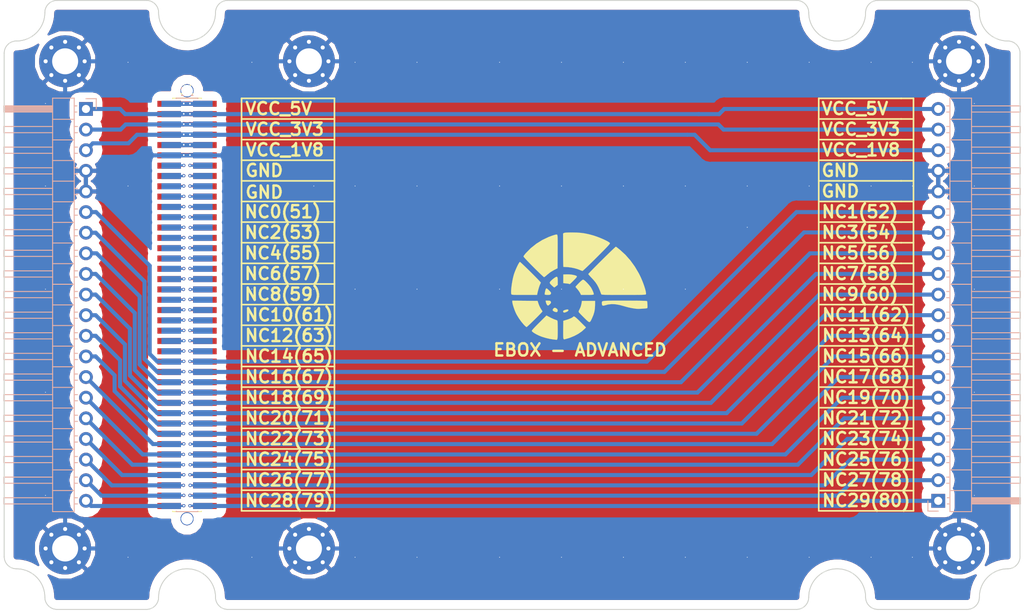
<source format=kicad_pcb>
(kicad_pcb (version 20171130) (host pcbnew "(5.0.0-rc2-dev-107-g49486b83b)")
  (layers (0 F.Cu signal) (31 B.Cu signal) (34 B.Paste user) (35 F.Paste user) (36 B.SilkS user) (37 F.SilkS user) (38 B.Mask user) (39 F.Mask user) (44 Edge.Cuts user))
  (net 0 "")
  (net 1 /BAT+)
  (net 2 /VCC_5V)
  (net 3 /VCC_1V8)
  (net 4 /VCC_IO)
  (net 5 /UART_TX)
  (net 6 /UART_RX)
  (net 7 /I2C_SDA)
  (net 8 /I2C_SCL)
  (net 9 /SPI_MOSI)
  (net 10 /SPI_CLK)
  (net 11 /SPI_MISO)
  (net 12 /SPI_CS)
  (net 13 /SDIO_D0)
  (net 14 /SDIO_D1)
  (net 15 /SDIO_D2)
  (net 16 /SDIO_D3)
  (net 17 /SDIO_CMD)
  (net 18 /SDIO_CLK)
  (net 19 /I2S_DI)
  (net 20 /I2S_LRCLK)
  (net 21 /I2S_D0)
  (net 22 /I2S_CLK)
  (net 23 /CAH_H)
  (net 24 /CAN_L)
  (net 25 /USB_D+)
  (net 26 /USB_D-)
  (net 27 /PWM0)
  (net 28 /PWM1)
  (net 29 /ADC0)
  (net 30 /ADC1)
  (net 31 /DAC0)
  (net 32 /DAC1)
  (net 33 /GPIO0)
  (net 34 /GPIO1)
  (net 35 /GPIO2)
  (net 36 /GPIO3)
  (net 37 /GPIO4)
  (net 38 /GPIO5)
  (net 39 /GPIO6)
  (net 40 /GPIO7)
  (net 41 /GPIO8)
  (net 42 /GPIO9)
  (net 43 /NC0)
  (net 44 /NC1)
  (net 45 /NC2)
  (net 46 /NC3)
  (net 47 /NC4)
  (net 48 /NC5)
  (net 49 /NC6)
  (net 50 /NC7)
  (net 51 /NC8)
  (net 52 /NC9)
  (net 53 /NC10)
  (net 54 /NC11)
  (net 55 /NC12)
  (net 56 /NC13)
  (net 57 /NC14)
  (net 58 /NC15)
  (net 59 /NC16)
  (net 60 /NC17)
  (net 61 /NC18)
  (net 62 /NC19)
  (net 63 /NC20)
  (net 64 /NC21)
  (net 65 /NC22)
  (net 66 /NC23)
  (net 67 /NC24)
  (net 68 /NC25)
  (net 69 /NC26)
  (net 70 /NC27)
  (net 71 /NC28)
  (net 72 /NC29)
  (net 73 GND)
  (net 74 /VCC_3V3)
  (module Connector_PinHeader_2.54mm:PinHeader_1x20_P2.54mm_Horizontal (layer B.Cu) (at 114.94 61.63)
    (fp_text reference J4 hide)
    (fp_text value Conn_01x20)
    (pad 20 thru_hole oval (at 0 -48.26) (size 1.7 1.7) (drill 1) (layers *.Cu *.Mask) (net 2 /VCC_5V))
    (pad 19 thru_hole oval (at 0 -45.72) (size 1.7 1.7) (drill 1) (layers *.Cu *.Mask) (net 74 /VCC_3V3))
    (pad 18 thru_hole oval (at 0 -43.18) (size 1.7 1.7) (drill 1) (layers *.Cu *.Mask) (net 3 /VCC_1V8))
    (pad 17 thru_hole oval (at 0 -40.64) (size 1.7 1.7) (drill 1) (layers *.Cu *.Mask) (net 73 GND))
    (pad 16 thru_hole oval (at 0 -38.1) (size 1.7 1.7) (drill 1) (layers *.Cu *.Mask) (net 73 GND))
    (pad 15 thru_hole oval (at 0 -35.56) (size 1.7 1.7) (drill 1) (layers *.Cu *.Mask) (net 44 /NC1))
    (pad 14 thru_hole oval (at 0 -33.02) (size 1.7 1.7) (drill 1) (layers *.Cu *.Mask) (net 46 /NC3))
    (pad 13 thru_hole oval (at 0 -30.48) (size 1.7 1.7) (drill 1) (layers *.Cu *.Mask) (net 48 /NC5))
    (pad 12 thru_hole oval (at 0 -27.94) (size 1.7 1.7) (drill 1) (layers *.Cu *.Mask) (net 50 /NC7))
    (pad 11 thru_hole oval (at 0 -25.4) (size 1.7 1.7) (drill 1) (layers *.Cu *.Mask) (net 52 /NC9))
    (pad 10 thru_hole oval (at 0 -22.86) (size 1.7 1.7) (drill 1) (layers *.Cu *.Mask) (net 54 /NC11))
    (pad 9 thru_hole oval (at 0 -20.32) (size 1.7 1.7) (drill 1) (layers *.Cu *.Mask) (net 56 /NC13))
    (pad 8 thru_hole oval (at 0 -17.78) (size 1.7 1.7) (drill 1) (layers *.Cu *.Mask) (net 58 /NC15))
    (pad 7 thru_hole oval (at 0 -15.24) (size 1.7 1.7) (drill 1) (layers *.Cu *.Mask) (net 60 /NC17))
    (pad 6 thru_hole oval (at 0 -12.7) (size 1.7 1.7) (drill 1) (layers *.Cu *.Mask) (net 62 /NC19))
    (pad 5 thru_hole oval (at 0 -10.16) (size 1.7 1.7) (drill 1) (layers *.Cu *.Mask) (net 64 /NC21))
    (pad 4 thru_hole oval (at 0 -7.62) (size 1.7 1.7) (drill 1) (layers *.Cu *.Mask) (net 66 /NC23))
    (pad 3 thru_hole oval (at 0 -5.08) (size 1.7 1.7) (drill 1) (layers *.Cu *.Mask) (net 68 /NC25))
    (pad 2 thru_hole oval (at 0 -2.54) (size 1.7 1.7) (drill 1) (layers *.Cu *.Mask) (net 70 /NC27))
    (pad 1 thru_hole rect (at 0 0) (size 1.7 1.7) (drill 1) (layers *.Cu *.Mask) (net 72 /NC29))
  )
  (module xconch:xconch_pinsocket_2x40 (layer B.Cu) (at 22.5 37.5 180)
    (fp_text reference J2 (at 0 26.265 180) (layer B.SilkS) (effects (justify mirror)))
    (fp_text value xconch_pinsocket_2x40)
    (pad "" thru_hole circle (at 0 -26.3398 180) (size 1.6 1.6) (drill 1.4) (layers *.Cu *.Mask))
    (pad "" thru_hole circle (at 0 26.3779 180) (size 1.6 1.6) (drill 1.4) (layers *.Cu *.Mask))
    (pad 79 smd rect (at -1.95 -24.765 180) (size 2.4 0.75) (layers B.Cu B.Paste B.Mask) (net 72 /NC29))
    (pad 80 smd rect (at 1.95 -24.765 180) (size 2.4 0.75) (layers B.Cu B.Paste B.Mask) (net 71 /NC28))
    (pad 77 smd rect (at -1.95 -23.495 180) (size 2.4 0.75) (layers B.Cu B.Paste B.Mask) (net 70 /NC27))
    (pad 78 smd rect (at 1.95 -23.495 180) (size 2.4 0.75) (layers B.Cu B.Paste B.Mask) (net 69 /NC26))
    (pad 75 smd rect (at -1.95 -22.225 180) (size 2.4 0.75) (layers B.Cu B.Paste B.Mask) (net 68 /NC25))
    (pad 76 smd rect (at 1.95 -22.225 180) (size 2.4 0.75) (layers B.Cu B.Paste B.Mask) (net 67 /NC24))
    (pad 73 smd rect (at -1.95 -20.955 180) (size 2.4 0.75) (layers B.Cu B.Paste B.Mask) (net 66 /NC23))
    (pad 74 smd rect (at 1.95 -20.955 180) (size 2.4 0.75) (layers B.Cu B.Paste B.Mask) (net 65 /NC22))
    (pad 71 smd rect (at -1.95 -19.685 180) (size 2.4 0.75) (layers B.Cu B.Paste B.Mask) (net 64 /NC21))
    (pad 72 smd rect (at 1.95 -19.685 180) (size 2.4 0.75) (layers B.Cu B.Paste B.Mask) (net 63 /NC20))
    (pad 69 smd rect (at -1.95 -18.415 180) (size 2.4 0.75) (layers B.Cu B.Paste B.Mask) (net 62 /NC19))
    (pad 70 smd rect (at 1.95 -18.415 180) (size 2.4 0.75) (layers B.Cu B.Paste B.Mask) (net 61 /NC18))
    (pad 67 smd rect (at -1.95 -17.145 180) (size 2.4 0.75) (layers B.Cu B.Paste B.Mask) (net 60 /NC17))
    (pad 68 smd rect (at 1.95 -17.145 180) (size 2.4 0.75) (layers B.Cu B.Paste B.Mask) (net 59 /NC16))
    (pad 65 smd rect (at -1.95 -15.875 180) (size 2.4 0.75) (layers B.Cu B.Paste B.Mask) (net 58 /NC15))
    (pad 66 smd rect (at 1.95 -15.875 180) (size 2.4 0.75) (layers B.Cu B.Paste B.Mask) (net 57 /NC14))
    (pad 63 smd rect (at -1.95 -14.605 180) (size 2.4 0.75) (layers B.Cu B.Paste B.Mask) (net 56 /NC13))
    (pad 64 smd rect (at 1.95 -14.605 180) (size 2.4 0.75) (layers B.Cu B.Paste B.Mask) (net 55 /NC12))
    (pad 61 smd rect (at -1.95 -13.335 180) (size 2.4 0.75) (layers B.Cu B.Paste B.Mask) (net 54 /NC11))
    (pad 62 smd rect (at 1.95 -13.335 180) (size 2.4 0.75) (layers B.Cu B.Paste B.Mask) (net 53 /NC10))
    (pad 59 smd rect (at -1.95 -12.065 180) (size 2.4 0.75) (layers B.Cu B.Paste B.Mask) (net 52 /NC9))
    (pad 60 smd rect (at 1.95 -12.065 180) (size 2.4 0.75) (layers B.Cu B.Paste B.Mask) (net 51 /NC8))
    (pad 57 smd rect (at -1.95 -10.795 180) (size 2.4 0.75) (layers B.Cu B.Paste B.Mask) (net 50 /NC7))
    (pad 58 smd rect (at 1.95 -10.795 180) (size 2.4 0.75) (layers B.Cu B.Paste B.Mask) (net 49 /NC6))
    (pad 55 smd rect (at -1.95 -9.525 180) (size 2.4 0.75) (layers B.Cu B.Paste B.Mask) (net 48 /NC5))
    (pad 56 smd rect (at 1.95 -9.525 180) (size 2.4 0.75) (layers B.Cu B.Paste B.Mask) (net 47 /NC4))
    (pad 53 smd rect (at -1.95 -8.255 180) (size 2.4 0.75) (layers B.Cu B.Paste B.Mask) (net 46 /NC3))
    (pad 54 smd rect (at 1.95 -8.255 180) (size 2.4 0.75) (layers B.Cu B.Paste B.Mask) (net 45 /NC2))
    (pad 51 smd rect (at -1.95 -6.985 180) (size 2.4 0.75) (layers B.Cu B.Paste B.Mask) (net 44 /NC1))
    (pad 52 smd rect (at 1.95 -6.985 180) (size 2.4 0.75) (layers B.Cu B.Paste B.Mask) (net 43 /NC0))
    (pad 49 smd rect (at -1.95 -5.715 180) (size 2.4 0.75) (layers B.Cu B.Paste B.Mask) (net 42 /GPIO9))
    (pad 50 smd rect (at 1.95 -5.715 180) (size 2.4 0.75) (layers B.Cu B.Paste B.Mask) (net 41 /GPIO8))
    (pad 47 smd rect (at -1.95 -4.445 180) (size 2.4 0.75) (layers B.Cu B.Paste B.Mask) (net 40 /GPIO7))
    (pad 48 smd rect (at 1.95 -4.445 180) (size 2.4 0.75) (layers B.Cu B.Paste B.Mask) (net 39 /GPIO6))
    (pad 45 smd rect (at -1.95 -3.175 180) (size 2.4 0.75) (layers B.Cu B.Paste B.Mask) (net 38 /GPIO5))
    (pad 46 smd rect (at 1.95 -3.175 180) (size 2.4 0.75) (layers B.Cu B.Paste B.Mask) (net 37 /GPIO4))
    (pad 43 smd rect (at -1.95 -1.905 180) (size 2.4 0.75) (layers B.Cu B.Paste B.Mask) (net 36 /GPIO3))
    (pad 44 smd rect (at 1.95 -1.905 180) (size 2.4 0.75) (layers B.Cu B.Paste B.Mask) (net 35 /GPIO2))
    (pad 41 smd rect (at -1.95 -0.635 180) (size 2.4 0.75) (layers B.Cu B.Paste B.Mask) (net 34 /GPIO1))
    (pad 42 smd rect (at 1.95 -0.635 180) (size 2.4 0.75) (layers B.Cu B.Paste B.Mask) (net 33 /GPIO0))
    (pad 39 smd rect (at -1.95 0.635 180) (size 2.4 0.75) (layers B.Cu B.Paste B.Mask) (net 32 /DAC1))
    (pad 40 smd rect (at 1.95 0.635 180) (size 2.4 0.75) (layers B.Cu B.Paste B.Mask) (net 31 /DAC0))
    (pad 37 smd rect (at -1.95 1.905 180) (size 2.4 0.75) (layers B.Cu B.Paste B.Mask) (net 30 /ADC1))
    (pad 38 smd rect (at 1.95 1.905 180) (size 2.4 0.75) (layers B.Cu B.Paste B.Mask) (net 29 /ADC0))
    (pad 35 smd rect (at -1.95 3.175 180) (size 2.4 0.75) (layers B.Cu B.Paste B.Mask) (net 28 /PWM1))
    (pad 36 smd rect (at 1.95 3.175 180) (size 2.4 0.75) (layers B.Cu B.Paste B.Mask) (net 27 /PWM0))
    (pad 33 smd rect (at -1.95 4.445 180) (size 2.4 0.75) (layers B.Cu B.Paste B.Mask) (net 26 /USB_D-))
    (pad 34 smd rect (at 1.95 4.445 180) (size 2.4 0.75) (layers B.Cu B.Paste B.Mask) (net 25 /USB_D+))
    (pad 31 smd rect (at -1.95 5.715 180) (size 2.4 0.75) (layers B.Cu B.Paste B.Mask) (net 24 /CAN_L))
    (pad 32 smd rect (at 1.95 5.715 180) (size 2.4 0.75) (layers B.Cu B.Paste B.Mask) (net 23 /CAH_H))
    (pad 29 smd rect (at -1.95 6.985 180) (size 2.4 0.75) (layers B.Cu B.Paste B.Mask) (net 22 /I2S_CLK))
    (pad 30 smd rect (at 1.95 6.985 180) (size 2.4 0.75) (layers B.Cu B.Paste B.Mask) (net 21 /I2S_D0))
    (pad 27 smd rect (at -1.95 8.255 180) (size 2.4 0.75) (layers B.Cu B.Paste B.Mask) (net 20 /I2S_LRCLK))
    (pad 28 smd rect (at 1.95 8.255 180) (size 2.4 0.75) (layers B.Cu B.Paste B.Mask) (net 19 /I2S_DI))
    (pad 25 smd rect (at -1.95 9.525 180) (size 2.4 0.75) (layers B.Cu B.Paste B.Mask) (net 18 /SDIO_CLK))
    (pad 26 smd rect (at 1.95 9.525 180) (size 2.4 0.75) (layers B.Cu B.Paste B.Mask) (net 17 /SDIO_CMD))
    (pad 23 smd rect (at -1.95 10.795 180) (size 2.4 0.75) (layers B.Cu B.Paste B.Mask) (net 16 /SDIO_D3))
    (pad 24 smd rect (at 1.95 10.795 180) (size 2.4 0.75) (layers B.Cu B.Paste B.Mask) (net 15 /SDIO_D2))
    (pad 21 smd rect (at -1.95 12.065 180) (size 2.4 0.75) (layers B.Cu B.Paste B.Mask) (net 14 /SDIO_D1))
    (pad 22 smd rect (at 1.95 12.065 180) (size 2.4 0.75) (layers B.Cu B.Paste B.Mask) (net 13 /SDIO_D0))
    (pad 19 smd rect (at -1.95 13.335 180) (size 2.4 0.75) (layers B.Cu B.Paste B.Mask) (net 12 /SPI_CS))
    (pad 20 smd rect (at 1.95 13.335 180) (size 2.4 0.75) (layers B.Cu B.Paste B.Mask) (net 11 /SPI_MISO))
    (pad 17 smd rect (at -1.95 14.605 180) (size 2.4 0.75) (layers B.Cu B.Paste B.Mask) (net 10 /SPI_CLK))
    (pad 18 smd rect (at 1.95 14.605 180) (size 2.4 0.75) (layers B.Cu B.Paste B.Mask) (net 9 /SPI_MOSI))
    (pad 15 smd rect (at -1.95 15.875 180) (size 2.4 0.75) (layers B.Cu B.Paste B.Mask) (net 8 /I2C_SCL))
    (pad 16 smd rect (at 1.95 15.875 180) (size 2.4 0.75) (layers B.Cu B.Paste B.Mask) (net 7 /I2C_SDA))
    (pad 13 smd rect (at -1.95 17.145 180) (size 2.4 0.75) (layers B.Cu B.Paste B.Mask) (net 6 /UART_RX))
    (pad 14 smd rect (at 1.95 17.145 180) (size 2.4 0.75) (layers B.Cu B.Paste B.Mask) (net 5 /UART_TX))
    (pad 11 smd rect (at -1.95 18.415 180) (size 2.4 0.75) (layers B.Cu B.Paste B.Mask) (net 73 GND))
    (pad 12 smd rect (at 1.95 18.415 180) (size 2.4 0.75) (layers B.Cu B.Paste B.Mask) (net 73 GND))
    (pad 9 smd rect (at -1.95 19.685 180) (size 2.4 0.75) (layers B.Cu B.Paste B.Mask) (net 4 /VCC_IO))
    (pad 10 smd rect (at 1.95 19.685 180) (size 2.4 0.75) (layers B.Cu B.Paste B.Mask) (net 4 /VCC_IO))
    (pad 7 smd rect (at -1.95 20.955 180) (size 2.4 0.75) (layers B.Cu B.Paste B.Mask) (net 3 /VCC_1V8))
    (pad 8 smd rect (at 1.95 20.955 180) (size 2.4 0.75) (layers B.Cu B.Paste B.Mask) (net 3 /VCC_1V8))
    (pad 5 smd rect (at -1.95 22.225 180) (size 2.4 0.75) (layers B.Cu B.Paste B.Mask) (net 74 /VCC_3V3))
    (pad 6 smd rect (at 1.95 22.225 180) (size 2.4 0.75) (layers B.Cu B.Paste B.Mask) (net 74 /VCC_3V3))
    (pad 3 smd rect (at -1.95 23.495 180) (size 2.4 0.75) (layers B.Cu B.Paste B.Mask) (net 2 /VCC_5V))
    (pad 4 smd rect (at 1.95 23.495 180) (size 2.4 0.75) (layers B.Cu B.Paste B.Mask) (net 2 /VCC_5V))
    (pad 1 smd rect (at -1.95 24.765 180) (size 2.4 0.75) (layers B.Cu B.Paste B.Mask) (net 1 /BAT+))
    (pad 2 smd rect (at 1.95 24.765 180) (size 2.4 0.75) (layers B.Cu B.Paste B.Mask) (net 1 /BAT+))
  )
  (module xconch:xconch_pinheader_2x40 (layer F.Cu) (at 22.5 37.5)
    (fp_text reference J1 (at 0 -26.46) (layer F.SilkS))
    (fp_text value xconch_pinheader_2x40)
    (pad 80 smd rect (at 2.2 24.765) (size 2.9 0.74) (layers F.Cu F.Paste F.Mask) (net 72 /NC29))
    (pad 79 smd rect (at -2.2 24.765) (size 2.9 0.74) (layers F.Cu F.Paste F.Mask) (net 71 /NC28))
    (pad 78 smd rect (at 2.2 23.495) (size 2.9 0.74) (layers F.Cu F.Paste F.Mask) (net 70 /NC27))
    (pad 77 smd rect (at -2.2 23.495) (size 2.9 0.74) (layers F.Cu F.Paste F.Mask) (net 69 /NC26))
    (pad 76 smd rect (at 2.2 22.225) (size 2.9 0.74) (layers F.Cu F.Paste F.Mask) (net 68 /NC25))
    (pad 75 smd rect (at -2.2 22.225) (size 2.9 0.74) (layers F.Cu F.Paste F.Mask) (net 67 /NC24))
    (pad 74 smd rect (at 2.2 20.955) (size 2.9 0.74) (layers F.Cu F.Paste F.Mask) (net 66 /NC23))
    (pad 73 smd rect (at -2.2 20.955) (size 2.9 0.74) (layers F.Cu F.Paste F.Mask) (net 65 /NC22))
    (pad 72 smd rect (at 2.2 19.685) (size 2.9 0.74) (layers F.Cu F.Paste F.Mask) (net 64 /NC21))
    (pad 71 smd rect (at -2.2 19.685) (size 2.9 0.74) (layers F.Cu F.Paste F.Mask) (net 63 /NC20))
    (pad 70 smd rect (at 2.2 18.415) (size 2.9 0.74) (layers F.Cu F.Paste F.Mask) (net 62 /NC19))
    (pad 69 smd rect (at -2.2 18.415) (size 2.9 0.74) (layers F.Cu F.Paste F.Mask) (net 61 /NC18))
    (pad 68 smd rect (at 2.2 17.145) (size 2.9 0.74) (layers F.Cu F.Paste F.Mask) (net 60 /NC17))
    (pad 67 smd rect (at -2.2 17.145) (size 2.9 0.74) (layers F.Cu F.Paste F.Mask) (net 59 /NC16))
    (pad 66 smd rect (at 2.2 15.875) (size 2.9 0.74) (layers F.Cu F.Paste F.Mask) (net 58 /NC15))
    (pad 65 smd rect (at -2.2 15.875) (size 2.9 0.74) (layers F.Cu F.Paste F.Mask) (net 57 /NC14))
    (pad 64 smd rect (at 2.2 14.605) (size 2.9 0.74) (layers F.Cu F.Paste F.Mask) (net 56 /NC13))
    (pad 63 smd rect (at -2.2 14.605) (size 2.9 0.74) (layers F.Cu F.Paste F.Mask) (net 55 /NC12))
    (pad 62 smd rect (at 2.2 13.335) (size 2.9 0.74) (layers F.Cu F.Paste F.Mask) (net 54 /NC11))
    (pad 61 smd rect (at -2.2 13.335) (size 2.9 0.74) (layers F.Cu F.Paste F.Mask) (net 53 /NC10))
    (pad 60 smd rect (at 2.2 12.065) (size 2.9 0.74) (layers F.Cu F.Paste F.Mask) (net 52 /NC9))
    (pad 59 smd rect (at -2.2 12.065) (size 2.9 0.74) (layers F.Cu F.Paste F.Mask) (net 51 /NC8))
    (pad 58 smd rect (at 2.2 10.795) (size 2.9 0.74) (layers F.Cu F.Paste F.Mask) (net 50 /NC7))
    (pad 57 smd rect (at -2.2 10.795) (size 2.9 0.74) (layers F.Cu F.Paste F.Mask) (net 49 /NC6))
    (pad 56 smd rect (at 2.2 9.525) (size 2.9 0.74) (layers F.Cu F.Paste F.Mask) (net 48 /NC5))
    (pad 55 smd rect (at -2.2 9.525) (size 2.9 0.74) (layers F.Cu F.Paste F.Mask) (net 47 /NC4))
    (pad 54 smd rect (at 2.2 8.255) (size 2.9 0.74) (layers F.Cu F.Paste F.Mask) (net 46 /NC3))
    (pad 53 smd rect (at -2.2 8.255) (size 2.9 0.74) (layers F.Cu F.Paste F.Mask) (net 45 /NC2))
    (pad 52 smd rect (at 2.2 6.985) (size 2.9 0.74) (layers F.Cu F.Paste F.Mask) (net 44 /NC1))
    (pad 51 smd rect (at -2.2 6.985) (size 2.9 0.74) (layers F.Cu F.Paste F.Mask) (net 43 /NC0))
    (pad 50 smd rect (at 2.2 5.715) (size 2.9 0.74) (layers F.Cu F.Paste F.Mask) (net 42 /GPIO9))
    (pad 49 smd rect (at -2.2 5.715) (size 2.9 0.74) (layers F.Cu F.Paste F.Mask) (net 41 /GPIO8))
    (pad 48 smd rect (at 2.2 4.445) (size 2.9 0.74) (layers F.Cu F.Paste F.Mask) (net 40 /GPIO7))
    (pad 47 smd rect (at -2.2 4.445) (size 2.9 0.74) (layers F.Cu F.Paste F.Mask) (net 39 /GPIO6))
    (pad 46 smd rect (at 2.2 3.175) (size 2.9 0.74) (layers F.Cu F.Paste F.Mask) (net 38 /GPIO5))
    (pad 45 smd rect (at -2.2 3.175) (size 2.9 0.74) (layers F.Cu F.Paste F.Mask) (net 37 /GPIO4))
    (pad 44 smd rect (at 2.2 1.905) (size 2.9 0.74) (layers F.Cu F.Paste F.Mask) (net 36 /GPIO3))
    (pad 43 smd rect (at -2.2 1.905) (size 2.9 0.74) (layers F.Cu F.Paste F.Mask) (net 35 /GPIO2))
    (pad 42 smd rect (at 2.2 0.635) (size 2.9 0.74) (layers F.Cu F.Paste F.Mask) (net 34 /GPIO1))
    (pad 41 smd rect (at -2.2 0.635) (size 2.9 0.74) (layers F.Cu F.Paste F.Mask) (net 33 /GPIO0))
    (pad 40 smd rect (at 2.2 -0.635) (size 2.9 0.74) (layers F.Cu F.Paste F.Mask) (net 32 /DAC1))
    (pad 39 smd rect (at -2.2 -0.635) (size 2.9 0.74) (layers F.Cu F.Paste F.Mask) (net 31 /DAC0))
    (pad 38 smd rect (at 2.2 -1.905) (size 2.9 0.74) (layers F.Cu F.Paste F.Mask) (net 30 /ADC1))
    (pad 37 smd rect (at -2.2 -1.905) (size 2.9 0.74) (layers F.Cu F.Paste F.Mask) (net 29 /ADC0))
    (pad 36 smd rect (at 2.2 -3.175) (size 2.9 0.74) (layers F.Cu F.Paste F.Mask) (net 28 /PWM1))
    (pad 35 smd rect (at -2.2 -3.175) (size 2.9 0.74) (layers F.Cu F.Paste F.Mask) (net 27 /PWM0))
    (pad 34 smd rect (at 2.2 -4.445) (size 2.9 0.74) (layers F.Cu F.Paste F.Mask) (net 26 /USB_D-))
    (pad 33 smd rect (at -2.2 -4.445) (size 2.9 0.74) (layers F.Cu F.Paste F.Mask) (net 25 /USB_D+))
    (pad 32 smd rect (at 2.2 -5.715) (size 2.9 0.74) (layers F.Cu F.Paste F.Mask) (net 24 /CAN_L))
    (pad 31 smd rect (at -2.2 -5.715) (size 2.9 0.74) (layers F.Cu F.Paste F.Mask) (net 23 /CAH_H))
    (pad 30 smd rect (at 2.2 -6.985) (size 2.9 0.74) (layers F.Cu F.Paste F.Mask) (net 22 /I2S_CLK))
    (pad 29 smd rect (at -2.2 -6.985) (size 2.9 0.74) (layers F.Cu F.Paste F.Mask) (net 21 /I2S_D0))
    (pad 28 smd rect (at 2.2 -8.255) (size 2.9 0.74) (layers F.Cu F.Paste F.Mask) (net 20 /I2S_LRCLK))
    (pad 27 smd rect (at -2.2 -8.255) (size 2.9 0.74) (layers F.Cu F.Paste F.Mask) (net 19 /I2S_DI))
    (pad 26 smd rect (at 2.2 -9.525) (size 2.9 0.74) (layers F.Cu F.Paste F.Mask) (net 18 /SDIO_CLK))
    (pad 25 smd rect (at -2.2 -9.525) (size 2.9 0.74) (layers F.Cu F.Paste F.Mask) (net 17 /SDIO_CMD))
    (pad 24 smd rect (at 2.2 -10.795) (size 2.9 0.74) (layers F.Cu F.Paste F.Mask) (net 16 /SDIO_D3))
    (pad 23 smd rect (at -2.2 -10.795) (size 2.9 0.74) (layers F.Cu F.Paste F.Mask) (net 15 /SDIO_D2))
    (pad 22 smd rect (at 2.2 -12.065) (size 2.9 0.74) (layers F.Cu F.Paste F.Mask) (net 14 /SDIO_D1))
    (pad 21 smd rect (at -2.2 -12.065) (size 2.9 0.74) (layers F.Cu F.Paste F.Mask) (net 13 /SDIO_D0))
    (pad 20 smd rect (at 2.2 -13.335) (size 2.9 0.74) (layers F.Cu F.Paste F.Mask) (net 12 /SPI_CS))
    (pad 19 smd rect (at -2.2 -13.335) (size 2.9 0.74) (layers F.Cu F.Paste F.Mask) (net 11 /SPI_MISO))
    (pad 18 smd rect (at 2.2 -14.605) (size 2.9 0.74) (layers F.Cu F.Paste F.Mask) (net 10 /SPI_CLK))
    (pad 17 smd rect (at -2.2 -14.605) (size 2.9 0.74) (layers F.Cu F.Paste F.Mask) (net 9 /SPI_MOSI))
    (pad 16 smd rect (at 2.2 -15.875) (size 2.9 0.74) (layers F.Cu F.Paste F.Mask) (net 8 /I2C_SCL))
    (pad 15 smd rect (at -2.2 -15.875) (size 2.9 0.74) (layers F.Cu F.Paste F.Mask) (net 7 /I2C_SDA))
    (pad 14 smd rect (at 2.2 -17.145) (size 2.9 0.74) (layers F.Cu F.Paste F.Mask) (net 6 /UART_RX))
    (pad 13 smd rect (at -2.2 -17.145) (size 2.9 0.74) (layers F.Cu F.Paste F.Mask) (net 5 /UART_TX))
    (pad 12 smd rect (at 2.2 -18.415) (size 2.9 0.74) (layers F.Cu F.Paste F.Mask) (net 73 GND))
    (pad 11 smd rect (at -2.2 -18.415) (size 2.9 0.74) (layers F.Cu F.Paste F.Mask) (net 73 GND))
    (pad 10 smd rect (at 2.2 -19.685) (size 2.9 0.74) (layers F.Cu F.Paste F.Mask) (net 4 /VCC_IO))
    (pad 9 smd rect (at -2.2 -19.685) (size 2.9 0.74) (layers F.Cu F.Paste F.Mask) (net 4 /VCC_IO))
    (pad 8 smd rect (at 2.2 -20.955) (size 2.9 0.74) (layers F.Cu F.Paste F.Mask) (net 3 /VCC_1V8))
    (pad 7 smd rect (at -2.2 -20.955) (size 2.9 0.74) (layers F.Cu F.Paste F.Mask) (net 3 /VCC_1V8))
    (pad 6 smd rect (at 2.2 -22.225) (size 2.9 0.74) (layers F.Cu F.Paste F.Mask) (net 74 /VCC_3V3))
    (pad 5 smd rect (at -2.2 -22.225) (size 2.9 0.74) (layers F.Cu F.Paste F.Mask) (net 74 /VCC_3V3))
    (pad 4 smd rect (at 2.2 -23.495) (size 2.9 0.74) (layers F.Cu F.Paste F.Mask) (net 2 /VCC_5V))
    (pad 3 smd rect (at -2.2 -23.495) (size 2.9 0.74) (layers F.Cu F.Paste F.Mask) (net 2 /VCC_5V))
    (pad 2 smd rect (at 2.2 -24.765) (size 2.9 0.74) (layers F.Cu F.Paste F.Mask) (net 1 /BAT+))
    (pad 1 smd rect (at -2.2 -24.765) (size 2.9 0.74) (layers F.Cu F.Paste F.Mask) (net 1 /BAT+))
    (pad "" thru_hole circle (at 0.0127 -26.3779) (size 1.6 1.6) (drill 1.4) (layers *.Cu *.Mask))
    (pad "" thru_hole circle (at 0 26.3398) (size 1.6 1.6) (drill 1.4) (layers *.Cu *.Mask))
  )
  (module MountingHole:MountingHole_3.2mm_M3_Pad_Via (layer F.Cu) (at 7.5 7.5)
    (fp_text reference MK1 hide)
    (fp_text value Mounting_Hole_PAD)
    (pad 1 thru_hole circle (at 1.697056 -1.697056) (size 0.8 0.8) (drill 0.5) (layers *.Cu *.Mask) (net 73 GND))
    (pad 1 thru_hole circle (at 0 -2.4) (size 0.8 0.8) (drill 0.5) (layers *.Cu *.Mask) (net 73 GND))
    (pad 1 thru_hole circle (at -1.697056 -1.697056) (size 0.8 0.8) (drill 0.5) (layers *.Cu *.Mask) (net 73 GND))
    (pad 1 thru_hole circle (at -2.4 0) (size 0.8 0.8) (drill 0.5) (layers *.Cu *.Mask) (net 73 GND))
    (pad 1 thru_hole circle (at -1.697056 1.697056) (size 0.8 0.8) (drill 0.5) (layers *.Cu *.Mask) (net 73 GND))
    (pad 1 thru_hole circle (at 0 2.4) (size 0.8 0.8) (drill 0.5) (layers *.Cu *.Mask) (net 73 GND))
    (pad 1 thru_hole circle (at 1.697056 1.697056) (size 0.8 0.8) (drill 0.5) (layers *.Cu *.Mask) (net 73 GND))
    (pad 1 thru_hole circle (at 2.4 0) (size 0.8 0.8) (drill 0.5) (layers *.Cu *.Mask) (net 73 GND))
    (pad 1 thru_hole circle (at 0 0) (size 6.4 6.4) (drill 3.2) (layers *.Cu *.Mask) (net 73 GND))
  )
  (module MountingHole:MountingHole_3.2mm_M3_Pad_Via (layer F.Cu) (at 37.5 7.5)
    (fp_text reference MK2 hide)
    (fp_text value Mounting_Hole_PAD)
    (pad 1 thru_hole circle (at 1.697056 -1.697056) (size 0.8 0.8) (drill 0.5) (layers *.Cu *.Mask) (net 73 GND))
    (pad 1 thru_hole circle (at 0 -2.4) (size 0.8 0.8) (drill 0.5) (layers *.Cu *.Mask) (net 73 GND))
    (pad 1 thru_hole circle (at -1.697056 -1.697056) (size 0.8 0.8) (drill 0.5) (layers *.Cu *.Mask) (net 73 GND))
    (pad 1 thru_hole circle (at -2.4 0) (size 0.8 0.8) (drill 0.5) (layers *.Cu *.Mask) (net 73 GND))
    (pad 1 thru_hole circle (at -1.697056 1.697056) (size 0.8 0.8) (drill 0.5) (layers *.Cu *.Mask) (net 73 GND))
    (pad 1 thru_hole circle (at 0 2.4) (size 0.8 0.8) (drill 0.5) (layers *.Cu *.Mask) (net 73 GND))
    (pad 1 thru_hole circle (at 1.697056 1.697056) (size 0.8 0.8) (drill 0.5) (layers *.Cu *.Mask) (net 73 GND))
    (pad 1 thru_hole circle (at 2.4 0) (size 0.8 0.8) (drill 0.5) (layers *.Cu *.Mask) (net 73 GND))
    (pad 1 thru_hole circle (at 0 0) (size 6.4 6.4) (drill 3.2) (layers *.Cu *.Mask) (net 73 GND))
  )
  (module MountingHole:MountingHole_3.2mm_M3_Pad_Via (layer F.Cu) (at 7.5 67.5)
    (fp_text reference MK3 hide)
    (fp_text value Mounting_Hole_PAD)
    (pad 1 thru_hole circle (at 1.697056 -1.697056) (size 0.8 0.8) (drill 0.5) (layers *.Cu *.Mask) (net 73 GND))
    (pad 1 thru_hole circle (at 0 -2.4) (size 0.8 0.8) (drill 0.5) (layers *.Cu *.Mask) (net 73 GND))
    (pad 1 thru_hole circle (at -1.697056 -1.697056) (size 0.8 0.8) (drill 0.5) (layers *.Cu *.Mask) (net 73 GND))
    (pad 1 thru_hole circle (at -2.4 0) (size 0.8 0.8) (drill 0.5) (layers *.Cu *.Mask) (net 73 GND))
    (pad 1 thru_hole circle (at -1.697056 1.697056) (size 0.8 0.8) (drill 0.5) (layers *.Cu *.Mask) (net 73 GND))
    (pad 1 thru_hole circle (at 0 2.4) (size 0.8 0.8) (drill 0.5) (layers *.Cu *.Mask) (net 73 GND))
    (pad 1 thru_hole circle (at 1.697056 1.697056) (size 0.8 0.8) (drill 0.5) (layers *.Cu *.Mask) (net 73 GND))
    (pad 1 thru_hole circle (at 2.4 0) (size 0.8 0.8) (drill 0.5) (layers *.Cu *.Mask) (net 73 GND))
    (pad 1 thru_hole circle (at 0 0) (size 6.4 6.4) (drill 3.2) (layers *.Cu *.Mask) (net 73 GND))
  )
  (module MountingHole:MountingHole_3.2mm_M3_Pad_Via (layer F.Cu) (at 37.5 67.5)
    (fp_text reference MK4 hide)
    (fp_text value Mounting_Hole_PAD)
    (pad 1 thru_hole circle (at 1.697056 -1.697056) (size 0.8 0.8) (drill 0.5) (layers *.Cu *.Mask) (net 73 GND))
    (pad 1 thru_hole circle (at 0 -2.4) (size 0.8 0.8) (drill 0.5) (layers *.Cu *.Mask) (net 73 GND))
    (pad 1 thru_hole circle (at -1.697056 -1.697056) (size 0.8 0.8) (drill 0.5) (layers *.Cu *.Mask) (net 73 GND))
    (pad 1 thru_hole circle (at -2.4 0) (size 0.8 0.8) (drill 0.5) (layers *.Cu *.Mask) (net 73 GND))
    (pad 1 thru_hole circle (at -1.697056 1.697056) (size 0.8 0.8) (drill 0.5) (layers *.Cu *.Mask) (net 73 GND))
    (pad 1 thru_hole circle (at 0 2.4) (size 0.8 0.8) (drill 0.5) (layers *.Cu *.Mask) (net 73 GND))
    (pad 1 thru_hole circle (at 1.697056 1.697056) (size 0.8 0.8) (drill 0.5) (layers *.Cu *.Mask) (net 73 GND))
    (pad 1 thru_hole circle (at 2.4 0) (size 0.8 0.8) (drill 0.5) (layers *.Cu *.Mask) (net 73 GND))
    (pad 1 thru_hole circle (at 0 0) (size 6.4 6.4) (drill 3.2) (layers *.Cu *.Mask) (net 73 GND))
  )
  (module Connector_PinHeader_2.54mm:PinHeader_1x20_P2.54mm_Horizontal (layer B.Cu) (at 10.06 13.37 180)
    (fp_text reference J3 hide)
    (fp_text value Conn_01x20)
    (pad 1 thru_hole rect (at 0 0 180) (size 1.7 1.7) (drill 1) (layers *.Cu *.Mask) (net 2 /VCC_5V))
    (pad 2 thru_hole oval (at 0 -2.54 180) (size 1.7 1.7) (drill 1) (layers *.Cu *.Mask) (net 74 /VCC_3V3))
    (pad 3 thru_hole oval (at 0 -5.08 180) (size 1.7 1.7) (drill 1) (layers *.Cu *.Mask) (net 3 /VCC_1V8))
    (pad 4 thru_hole oval (at 0 -7.62 180) (size 1.7 1.7) (drill 1) (layers *.Cu *.Mask) (net 73 GND))
    (pad 5 thru_hole oval (at 0 -10.16 180) (size 1.7 1.7) (drill 1) (layers *.Cu *.Mask) (net 73 GND))
    (pad 6 thru_hole oval (at 0 -12.7 180) (size 1.7 1.7) (drill 1) (layers *.Cu *.Mask) (net 43 /NC0))
    (pad 7 thru_hole oval (at 0 -15.24 180) (size 1.7 1.7) (drill 1) (layers *.Cu *.Mask) (net 45 /NC2))
    (pad 8 thru_hole oval (at 0 -17.78 180) (size 1.7 1.7) (drill 1) (layers *.Cu *.Mask) (net 47 /NC4))
    (pad 9 thru_hole oval (at 0 -20.32 180) (size 1.7 1.7) (drill 1) (layers *.Cu *.Mask) (net 49 /NC6))
    (pad 10 thru_hole oval (at 0 -22.86 180) (size 1.7 1.7) (drill 1) (layers *.Cu *.Mask) (net 51 /NC8))
    (pad 11 thru_hole oval (at 0 -25.4 180) (size 1.7 1.7) (drill 1) (layers *.Cu *.Mask) (net 53 /NC10))
    (pad 12 thru_hole oval (at 0 -27.94 180) (size 1.7 1.7) (drill 1) (layers *.Cu *.Mask) (net 55 /NC12))
    (pad 13 thru_hole oval (at 0 -30.48 180) (size 1.7 1.7) (drill 1) (layers *.Cu *.Mask) (net 57 /NC14))
    (pad 14 thru_hole oval (at 0 -33.02 180) (size 1.7 1.7) (drill 1) (layers *.Cu *.Mask) (net 59 /NC16))
    (pad 15 thru_hole oval (at 0 -35.56 180) (size 1.7 1.7) (drill 1) (layers *.Cu *.Mask) (net 61 /NC18))
    (pad 16 thru_hole oval (at 0 -38.1 180) (size 1.7 1.7) (drill 1) (layers *.Cu *.Mask) (net 63 /NC20))
    (pad 17 thru_hole oval (at 0 -40.64 180) (size 1.7 1.7) (drill 1) (layers *.Cu *.Mask) (net 65 /NC22))
    (pad 18 thru_hole oval (at 0 -43.18 180) (size 1.7 1.7) (drill 1) (layers *.Cu *.Mask) (net 67 /NC24))
    (pad 19 thru_hole oval (at 0 -45.72 180) (size 1.7 1.7) (drill 1) (layers *.Cu *.Mask) (net 69 /NC26))
    (pad 20 thru_hole oval (at 0 -48.26 180) (size 1.7 1.7) (drill 1) (layers *.Cu *.Mask) (net 71 /NC28))
  )
  (module MountingHole:MountingHole_3.2mm_M3_Pad_Via (layer F.Cu) (at 117.5 7.5)
    (fp_text reference MK5 hide)
    (fp_text value Mounting_Hole_PAD)
    (pad 1 thru_hole circle (at 0 0) (size 6.4 6.4) (drill 3.2) (layers *.Cu *.Mask) (net 73 GND))
    (pad 1 thru_hole circle (at 2.4 0) (size 0.8 0.8) (drill 0.5) (layers *.Cu *.Mask) (net 73 GND))
    (pad 1 thru_hole circle (at 1.697056 1.697056) (size 0.8 0.8) (drill 0.5) (layers *.Cu *.Mask) (net 73 GND))
    (pad 1 thru_hole circle (at 0 2.4) (size 0.8 0.8) (drill 0.5) (layers *.Cu *.Mask) (net 73 GND))
    (pad 1 thru_hole circle (at -1.697056 1.697056) (size 0.8 0.8) (drill 0.5) (layers *.Cu *.Mask) (net 73 GND))
    (pad 1 thru_hole circle (at -2.4 0) (size 0.8 0.8) (drill 0.5) (layers *.Cu *.Mask) (net 73 GND))
    (pad 1 thru_hole circle (at -1.697056 -1.697056) (size 0.8 0.8) (drill 0.5) (layers *.Cu *.Mask) (net 73 GND))
    (pad 1 thru_hole circle (at 0 -2.4) (size 0.8 0.8) (drill 0.5) (layers *.Cu *.Mask) (net 73 GND))
    (pad 1 thru_hole circle (at 1.697056 -1.697056) (size 0.8 0.8) (drill 0.5) (layers *.Cu *.Mask) (net 73 GND))
  )
  (module MountingHole:MountingHole_3.2mm_M3_Pad_Via (layer F.Cu) (at 117.5 67.5)
    (fp_text reference MK6 hide)
    (fp_text value Mounting_Hole_PAD)
    (pad 1 thru_hole circle (at 1.697056 -1.697056) (size 0.8 0.8) (drill 0.5) (layers *.Cu *.Mask) (net 73 GND))
    (pad 1 thru_hole circle (at 0 -2.4) (size 0.8 0.8) (drill 0.5) (layers *.Cu *.Mask) (net 73 GND))
    (pad 1 thru_hole circle (at -1.697056 -1.697056) (size 0.8 0.8) (drill 0.5) (layers *.Cu *.Mask) (net 73 GND))
    (pad 1 thru_hole circle (at -2.4 0) (size 0.8 0.8) (drill 0.5) (layers *.Cu *.Mask) (net 73 GND))
    (pad 1 thru_hole circle (at -1.697056 1.697056) (size 0.8 0.8) (drill 0.5) (layers *.Cu *.Mask) (net 73 GND))
    (pad 1 thru_hole circle (at 0 2.4) (size 0.8 0.8) (drill 0.5) (layers *.Cu *.Mask) (net 73 GND))
    (pad 1 thru_hole circle (at 1.697056 1.697056) (size 0.8 0.8) (drill 0.5) (layers *.Cu *.Mask) (net 73 GND))
    (pad 1 thru_hole circle (at 2.4 0) (size 0.8 0.8) (drill 0.5) (layers *.Cu *.Mask) (net 73 GND))
    (pad 1 thru_hole circle (at 0 0) (size 6.4 6.4) (drill 3.2) (layers *.Cu *.Mask) (net 73 GND))
  )
  (module xconch:xconch_logo (layer F.Cu) (at 68.453 36.703)
    (fp_text reference "" hide)
    (fp_text value "" hide)
  )
  (gr_line (start 100.2792 60.3758) (end 111.887 60.3758) (layer F.SilkS) (width 0.2))
  (gr_line (start 110.363 62.865) (end 111.887 62.865) (layer F.SilkS) (width 0.2))
  (gr_line (start 110.363 57.785) (end 111.887 57.785) (layer F.SilkS) (width 0.2))
  (gr_line (start 110.363 55.245) (end 111.887 55.245) (layer F.SilkS) (width 0.2))
  (gr_line (start 110.363 52.705) (end 111.887 52.705) (layer F.SilkS) (width 0.2))
  (gr_line (start 110.363 50.165) (end 111.887 50.165) (layer F.SilkS) (width 0.2))
  (gr_line (start 110.363 47.625) (end 111.887 47.625) (layer F.SilkS) (width 0.2))
  (gr_line (start 110.363 45.085) (end 111.887 45.085) (layer F.SilkS) (width 0.2))
  (gr_line (start 110.363 42.545) (end 111.887 42.545) (layer F.SilkS) (width 0.2))
  (gr_line (start 110.363 40.005) (end 111.887 40.005) (layer F.SilkS) (width 0.2))
  (gr_line (start 110.363 37.465) (end 111.887 37.465) (layer F.SilkS) (width 0.2))
  (gr_line (start 110.363 34.925) (end 111.887 34.925) (layer F.SilkS) (width 0.2))
  (gr_line (start 110.363 32.385) (end 111.887 32.385) (layer F.SilkS) (width 0.2))
  (gr_line (start 110.363 29.845) (end 111.887 29.845) (layer F.SilkS) (width 0.2))
  (gr_line (start 110.363 27.305) (end 111.887 27.305) (layer F.SilkS) (width 0.2))
  (gr_line (start 110.363 24.765) (end 111.887 24.765) (layer F.SilkS) (width 0.2))
  (gr_line (start 110.363 22.225) (end 111.887 22.225) (layer F.SilkS) (width 0.2))
  (gr_line (start 110.363 19.685) (end 111.887 19.685) (layer F.SilkS) (width 0.2))
  (gr_line (start 110.363 17.145) (end 111.887 17.145) (layer F.SilkS) (width 0.2))
  (gr_line (start 110.363 14.605) (end 111.887 14.605) (layer F.SilkS) (width 0.2))
  (gr_line (start 110.363 12.065) (end 111.887 12.065) (layer F.SilkS) (width 0.2))
  (gr_text "EBOX - ADVANCED" (at 70.866 43.053) (layer F.SilkS) (effects (font (size 1.5 1.5) (thickness 0.3))))
  (gr_line (start 100.235 57.785) (end 110.395 57.785) (layer F.SilkS) (width 0.2))
  (gr_line (start 100.235 55.245) (end 110.395 55.245) (layer F.SilkS) (width 0.2))
  (gr_line (start 100.235 52.705) (end 110.395 52.705) (layer F.SilkS) (width 0.2))
  (gr_line (start 100.235 50.165) (end 110.395 50.165) (layer F.SilkS) (width 0.2))
  (gr_line (start 100.235 47.625) (end 110.395 47.625) (layer F.SilkS) (width 0.2))
  (gr_line (start 100.235 45.085) (end 110.395 45.085) (layer F.SilkS) (width 0.2))
  (gr_line (start 100.235 42.545) (end 110.395 42.545) (layer F.SilkS) (width 0.2))
  (gr_line (start 100.235 40.005) (end 110.395 40.005) (layer F.SilkS) (width 0.2))
  (gr_line (start 100.235 37.465) (end 110.395 37.465) (layer F.SilkS) (width 0.2))
  (gr_line (start 100.235 34.925) (end 110.395 34.925) (layer F.SilkS) (width 0.2))
  (gr_line (start 100.235 32.385) (end 110.395 32.385) (layer F.SilkS) (width 0.2))
  (gr_line (start 100.235 29.845) (end 110.395 29.845) (layer F.SilkS) (width 0.2))
  (gr_line (start 100.235 27.305) (end 110.395 27.305) (layer F.SilkS) (width 0.2))
  (gr_line (start 100.235 24.765) (end 110.395 24.765) (layer F.SilkS) (width 0.2))
  (gr_line (start 100.235 22.225) (end 110.395 22.225) (layer F.SilkS) (width 0.2))
  (gr_line (start 100.235 19.685) (end 110.395 19.685) (layer F.SilkS) (width 0.2))
  (gr_line (start 110.395 17.145) (end 100.235 17.145) (layer F.SilkS) (width 0.2))
  (gr_line (start 100.235 14.605) (end 110.395 14.605) (layer F.SilkS) (width 0.2))
  (gr_line (start 110.395 12.065) (end 100.235 12.065) (layer F.SilkS) (width 0.2))
  (gr_line (start 111.895 62.865) (end 111.895 12.065) (layer F.SilkS) (width 0.2))
  (gr_line (start 100.235 62.865) (end 110.395 62.865) (layer F.SilkS) (width 0.2))
  (gr_line (start 100.235 12.065) (end 100.235 62.865) (layer F.SilkS) (width 0.2))
  (gr_text "NC29(80)" (at 106.077 61.595) (layer F.SilkS) (effects (font (size 1.5 1.5) (thickness 0.3))))
  (gr_text "NC27(78)" (at 106.077 59.055) (layer F.SilkS) (effects (font (size 1.5 1.5) (thickness 0.3))))
  (gr_text "NC25(76)" (at 106.077 56.515) (layer F.SilkS) (effects (font (size 1.5 1.5) (thickness 0.3))))
  (gr_text "NC23(74)" (at 106.077 53.975) (layer F.SilkS) (effects (font (size 1.5 1.5) (thickness 0.3))))
  (gr_text "NC21(72)" (at 106.077 51.435) (layer F.SilkS) (effects (font (size 1.5 1.5) (thickness 0.3))))
  (gr_text "NC19(70)" (at 106.077 48.895) (layer F.SilkS) (effects (font (size 1.5 1.5) (thickness 0.3))))
  (gr_text "NC17(68)" (at 106.077 46.355) (layer F.SilkS) (effects (font (size 1.5 1.5) (thickness 0.3))))
  (gr_text "NC15(66)" (at 106.077 43.815) (layer F.SilkS) (effects (font (size 1.5 1.5) (thickness 0.3))))
  (gr_text "NC13(64)" (at 106.077 41.275) (layer F.SilkS) (effects (font (size 1.5 1.5) (thickness 0.3))))
  (gr_text "NC11(62)" (at 106.077 38.735) (layer F.SilkS) (effects (font (size 1.5 1.5) (thickness 0.3))))
  (gr_text "NC9(60)" (at 105.315 36.195) (layer F.SilkS) (effects (font (size 1.5 1.5) (thickness 0.3))))
  (gr_text "NC7(58)" (at 105.315 33.655) (layer F.SilkS) (effects (font (size 1.5 1.5) (thickness 0.3))))
  (gr_text "NC5(56)" (at 105.315 31.115) (layer F.SilkS) (effects (font (size 1.5 1.5) (thickness 0.3))))
  (gr_text "NC3(54)" (at 105.315 28.575) (layer F.SilkS) (effects (font (size 1.5 1.5) (thickness 0.3))))
  (gr_text "NC1(52)" (at 105.315 26.035) (layer F.SilkS) (effects (font (size 1.5 1.5) (thickness 0.3))))
  (gr_text GND (at 102.902 23.495) (layer F.SilkS) (effects (font (size 1.5 1.5) (thickness 0.3))))
  (gr_text GND (at 102.902 20.955) (layer F.SilkS) (effects (font (size 1.5 1.5) (thickness 0.3))))
  (gr_text VCC_1V8 (at 105.442 18.415) (layer F.SilkS) (effects (font (size 1.5 1.5) (thickness 0.3))))
  (gr_text VCC_3V3 (at 105.442 15.875) (layer F.SilkS) (effects (font (size 1.5 1.5) (thickness 0.3))))
  (gr_text VCC_5V (at 104.68 13.335) (layer F.SilkS) (effects (font (size 1.5 1.5) (thickness 0.3))))
  (gr_line (start 40.64 60.325) (end 29.21 60.325) (layer F.SilkS) (width 0.2))
  (gr_line (start 29.21 57.785) (end 40.64 57.785) (layer F.SilkS) (width 0.2))
  (gr_line (start 40.64 55.245) (end 29.21 55.245) (layer F.SilkS) (width 0.2))
  (gr_line (start 29.21 52.705) (end 40.64 52.705) (layer F.SilkS) (width 0.2))
  (gr_line (start 40.64 50.165) (end 29.21 50.165) (layer F.SilkS) (width 0.2))
  (gr_line (start 29.21 47.625) (end 40.64 47.625) (layer F.SilkS) (width 0.2))
  (gr_line (start 40.64 45.085) (end 29.21 45.085) (layer F.SilkS) (width 0.2))
  (gr_line (start 29.21 42.545) (end 40.64 42.545) (layer F.SilkS) (width 0.2))
  (gr_line (start 40.64 40.005) (end 29.21 40.005) (layer F.SilkS) (width 0.2))
  (gr_line (start 29.21 37.465) (end 40.64 37.465) (layer F.SilkS) (width 0.2))
  (gr_line (start 40.64 34.925) (end 29.21 34.925) (layer F.SilkS) (width 0.2))
  (gr_line (start 29.21 32.385) (end 40.64 32.385) (layer F.SilkS) (width 0.2))
  (gr_line (start 40.64 29.845) (end 29.21 29.845) (layer F.SilkS) (width 0.2))
  (gr_line (start 29.21 27.305) (end 40.64 27.305) (layer F.SilkS) (width 0.2))
  (gr_line (start 29.21 24.765) (end 40.64 24.765) (layer F.SilkS) (width 0.2))
  (gr_line (start 40.64 22.225) (end 29.21 22.225) (layer F.SilkS) (width 0.2))
  (gr_line (start 29.21 19.685) (end 40.64 19.685) (layer F.SilkS) (width 0.2))
  (gr_line (start 40.64 17.145) (end 29.21 17.145) (layer F.SilkS) (width 0.2))
  (gr_line (start 29.21 14.605) (end 40.64 14.605) (layer F.SilkS) (width 0.2))
  (gr_line (start 40.64 12.065) (end 29.21 12.065) (layer F.SilkS) (width 0.2))
  (gr_line (start 40.64 62.865) (end 40.64 12.065) (layer F.SilkS) (width 0.2))
  (gr_line (start 29.21 62.865) (end 40.64 62.865) (layer F.SilkS) (width 0.2))
  (gr_line (start 29.21 12.065) (end 29.21 62.865) (layer F.SilkS) (width 0.2))
  (gr_text "NC28(79)" (at 35.052 61.595) (layer F.SilkS) (effects (font (size 1.5 1.5) (thickness 0.3))))
  (gr_text "NC26(77)" (at 35.052 59.055) (layer F.SilkS) (effects (font (size 1.5 1.5) (thickness 0.3))))
  (gr_text "NC24(75)" (at 35.052 56.515) (layer F.SilkS) (effects (font (size 1.5 1.5) (thickness 0.3))))
  (gr_text "NC22(73)" (at 35.052 53.975) (layer F.SilkS) (effects (font (size 1.5 1.5) (thickness 0.3))))
  (gr_text "NC20(71)" (at 35.052 51.435) (layer F.SilkS) (effects (font (size 1.5 1.5) (thickness 0.3))))
  (gr_text "NC18(69)" (at 35.052 48.895) (layer F.SilkS) (effects (font (size 1.5 1.5) (thickness 0.3))))
  (gr_text "NC16(67)" (at 35.052 46.355) (layer F.SilkS) (effects (font (size 1.5 1.5) (thickness 0.3))))
  (gr_text "NC14(65)" (at 35.052 43.815) (layer F.SilkS) (effects (font (size 1.5 1.5) (thickness 0.3))))
  (gr_text "NC12(63)" (at 35.052 41.275) (layer F.SilkS) (effects (font (size 1.5 1.5) (thickness 0.3))))
  (gr_text "NC10(61)" (at 35.052 38.735) (layer F.SilkS) (effects (font (size 1.5 1.5) (thickness 0.3))))
  (gr_text "NC8(59)" (at 34.29 36.195) (layer F.SilkS) (effects (font (size 1.5 1.5) (thickness 0.3))))
  (gr_text "NC6(57)" (at 34.29 33.655) (layer F.SilkS) (effects (font (size 1.5 1.5) (thickness 0.3))))
  (gr_text "NC4(55)" (at 34.29 31.115) (layer F.SilkS) (effects (font (size 1.5 1.5) (thickness 0.3))))
  (gr_text "NC2(53)" (at 34.29 28.575) (layer F.SilkS) (effects (font (size 1.5 1.5) (thickness 0.3))))
  (gr_text "NC0(51)" (at 34.29 26.035) (layer F.SilkS) (effects (font (size 1.5 1.5) (thickness 0.3))))
  (gr_text GND (at 32.004 23.622) (layer F.SilkS) (effects (font (size 1.5 1.5) (thickness 0.3))))
  (gr_text GND (at 32.004 20.955) (layer F.SilkS) (effects (font (size 1.5 1.5) (thickness 0.3))))
  (gr_text VCC_1V8 (at 34.544 18.415) (layer F.SilkS) (effects (font (size 1.5 1.5) (thickness 0.3))))
  (gr_text VCC_3V3 (at 34.544 15.875) (layer F.SilkS) (effects (font (size 1.5 1.5) (thickness 0.3))))
  (gr_text VCC_5V (at 33.782 13.335) (layer F.SilkS) (effects (font (size 1.5 1.5) (thickness 0.3))))
  (gr_line (start 97.503 75.0004) (end 27.503 75.0004) (layer Edge.Cuts) (width 0))
  (gr_arc (start 17.503 73.5004) (end 17.503 75.0004) (angle -90) (layer Edge.Cuts) (width 0))
  (gr_arc (start 27.503 73.5004) (end 26.003 73.5004) (angle -90) (layer Edge.Cuts) (width 0))
  (gr_arc (start 97.503 73.5004) (end 97.503 75.0004) (angle -90) (layer Edge.Cuts) (width 0))
  (gr_arc (start 102.503 73.5004) (end 106.003 73.5004) (angle -180) (layer Edge.Cuts) (width 0))
  (gr_arc (start 118.503 73.5004) (end 118.503 75.0004) (angle -90) (layer Edge.Cuts) (width 0))
  (gr_arc (start 107.503 73.5004) (end 106.003 73.5004) (angle -90) (layer Edge.Cuts) (width 0))
  (gr_line (start 118.503 75.0004) (end 107.503 75.0004) (layer Edge.Cuts) (width 0))
  (gr_arc (start 123.503 68.5004) (end 123.503 70.0004) (angle -90) (layer Edge.Cuts) (width 0))
  (gr_arc (start 102.503 1.5004) (end 99.003 1.5004) (angle -180) (layer Edge.Cuts) (width 0))
  (gr_arc (start 123.503 73.5004) (end 123.503 70.0004) (angle -90) (layer Edge.Cuts) (width 0))
  (gr_line (start 125.003 6.5004) (end 125.003 68.5004) (layer Edge.Cuts) (width 0))
  (gr_arc (start 123.503 1.5004) (end 120.003 1.5004) (angle -90) (layer Edge.Cuts) (width 0))
  (gr_arc (start 107.503 1.5004) (end 107.503 0.0004) (angle -90) (layer Edge.Cuts) (width 0))
  (gr_line (start 107.503 0.0004) (end 118.503 0.0004) (layer Edge.Cuts) (width 0))
  (gr_arc (start 1.503 73.5004) (end 5.003 73.5004) (angle -90) (layer Edge.Cuts) (width 0))
  (gr_arc (start 123.503 6.5004) (end 125.003 6.5004) (angle -90) (layer Edge.Cuts) (width 0))
  (gr_arc (start 97.503 1.5004) (end 99.003 1.5004) (angle -90) (layer Edge.Cuts) (width 0))
  (gr_arc (start 6.503 73.5004) (end 5.003 73.5004) (angle -90) (layer Edge.Cuts) (width 0))
  (gr_line (start 17.503 75.0004) (end 6.503 75.0004) (layer Edge.Cuts) (width 0))
  (gr_arc (start 22.503 73.5004) (end 26.003 73.5004) (angle -180) (layer Edge.Cuts) (width 0))
  (gr_arc (start 118.503 1.5004) (end 120.003 1.5004) (angle -90) (layer Edge.Cuts) (width 0))
  (gr_line (start 27.503 0.0004) (end 97.503 0.0004) (layer Edge.Cuts) (width 0))
  (gr_arc (start 27.503 1.5004) (end 27.503 0.0004) (angle -90) (layer Edge.Cuts) (width 0))
  (gr_line (start 0.003 68.5004) (end 0.003 6.5004) (layer Edge.Cuts) (width 0))
  (gr_arc (start 102.503 1.5004) (end 99.003 1.5004) (angle -180) (layer Edge.Cuts) (width 0))
  (gr_line (start 6.503 0.0004) (end 17.503 0.0004) (layer Edge.Cuts) (width 0))
  (gr_arc (start 1.503 6.5004) (end 1.503 5.0004) (angle -90) (layer Edge.Cuts) (width 0))
  (gr_arc (start 107.503 1.5004) (end 107.503 0.0004) (angle -90) (layer Edge.Cuts) (width 0))
  (gr_line (start 107.503 0.0004) (end 118.503 0.0004) (layer Edge.Cuts) (width 0))
  (gr_line (start 27.503 0.0004) (end 97.503 0.0004) (layer Edge.Cuts) (width 0))
  (gr_arc (start 1.503 68.5004) (end 0.003 68.5004) (angle -90) (layer Edge.Cuts) (width 0))
  (gr_arc (start 22.503 1.5004) (end 19.003 1.5004) (angle -180) (layer Edge.Cuts) (width 0))
  (gr_arc (start 6.503 1.5004) (end 6.503 0.0004) (angle -90) (layer Edge.Cuts) (width 0))
  (gr_arc (start 27.503 1.5004) (end 27.503 0.0004) (angle -90) (layer Edge.Cuts) (width 0))
  (gr_arc (start 123.503 6.5004) (end 125.003 6.5004) (angle -90) (layer Edge.Cuts) (width 0))
  (gr_arc (start 17.503 1.5004) (end 19.003 1.5004) (angle -90) (layer Edge.Cuts) (width 0))
  (gr_arc (start 118.503 1.5004) (end 120.003 1.5004) (angle -90) (layer Edge.Cuts) (width 0))
  (gr_arc (start 123.503 1.5004) (end 120.003 1.5004) (angle -90) (layer Edge.Cuts) (width 0))
  (gr_arc (start 97.503 1.5004) (end 99.003 1.5004) (angle -90) (layer Edge.Cuts) (width 0))
  (gr_arc (start 1.503 1.5004) (end 1.503 5.0004) (angle -90) (layer Edge.Cuts) (width 0))
  (gr_arc (start 22.503 1.5004) (end 19.003 1.5004) (angle -180) (layer Edge.Cuts) (width 0))
  (gr_arc (start 17.503 73.5004) (end 17.503 75.0004) (angle -90) (layer Edge.Cuts) (width 0))
  (gr_arc (start 17.503 1.5004) (end 19.003 1.5004) (angle -90) (layer Edge.Cuts) (width 0))
  (gr_line (start 17.503 75.0004) (end 6.503 75.0004) (layer Edge.Cuts) (width 0))
  (gr_line (start 6.503 0.0004) (end 17.503 0.0004) (layer Edge.Cuts) (width 0))
  (gr_arc (start 22.503 73.5004) (end 26.003 73.5004) (angle -180) (layer Edge.Cuts) (width 0))
  (gr_arc (start 6.503 1.5004) (end 6.503 0.0004) (angle -90) (layer Edge.Cuts) (width 0))
  (gr_arc (start 1.503 1.5004) (end 1.503 5.0004) (angle -90) (layer Edge.Cuts) (width 0))
  (gr_arc (start 102.503 73.5004) (end 106.003 73.5004) (angle -180) (layer Edge.Cuts) (width 0))
  (gr_arc (start 123.503 68.5004) (end 123.503 70.0004) (angle -90) (layer Edge.Cuts) (width 0))
  (gr_arc (start 107.503 73.5004) (end 106.003 73.5004) (angle -90) (layer Edge.Cuts) (width 0))
  (gr_arc (start 27.503 73.5004) (end 26.003 73.5004) (angle -90) (layer Edge.Cuts) (width 0))
  (gr_arc (start 1.503 73.5004) (end 5.003 73.5004) (angle -90) (layer Edge.Cuts) (width 0))
  (gr_line (start 97.503 75.0004) (end 27.503 75.0004) (layer Edge.Cuts) (width 0))
  (gr_arc (start 118.503 73.5004) (end 118.503 75.0004) (angle -90) (layer Edge.Cuts) (width 0))
  (gr_arc (start 123.503 73.5004) (end 123.503 70.0004) (angle -90) (layer Edge.Cuts) (width 0))
  (gr_line (start 0.003 68.5004) (end 0.003 6.5004) (layer Edge.Cuts) (width 0))
  (gr_arc (start 1.503 68.5004) (end 0.003 68.5004) (angle -90) (layer Edge.Cuts) (width 0))
  (gr_line (start 125.003 6.5004) (end 125.003 68.5004) (layer Edge.Cuts) (width 0))
  (gr_arc (start 6.503 73.5004) (end 5.003 73.5004) (angle -90) (layer Edge.Cuts) (width 0))
  (gr_arc (start 1.503 6.5004) (end 1.503 5.0004) (angle -90) (layer Edge.Cuts) (width 0))
  (gr_arc (start 97.503 73.5004) (end 97.503 75.0004) (angle -90) (layer Edge.Cuts) (width 0))
  (gr_line (start 118.503 75.0004) (end 107.503 75.0004) (layer Edge.Cuts) (width 0))
  (via (at 111.76 7.62) (size 0.2) (drill 0.1) (layers F.Cu B.Cu) (net 0))
  (via (at 106.68 7.62) (size 0.2) (drill 0.1) (layers F.Cu B.Cu) (net 0))
  (via (at 99.06 7.62) (size 0.2) (drill 0.1) (layers F.Cu B.Cu) (net 0))
  (via (at 91.44 7.62) (size 0.2) (drill 0.1) (layers F.Cu B.Cu) (net 0))
  (via (at 83.82 7.62) (size 0.2) (drill 0.1) (layers F.Cu B.Cu) (net 0))
  (via (at 76.2 7.62) (size 0.2) (drill 0.1) (layers F.Cu B.Cu) (net 0))
  (via (at 68.58 7.62) (size 0.2) (drill 0.1) (layers F.Cu B.Cu) (net 0))
  (via (at 60.96 7.62) (size 0.2) (drill 0.1) (layers F.Cu B.Cu) (net 0))
  (via (at 50.8 7.62) (size 0.2) (drill 0.1) (layers F.Cu B.Cu) (net 0))
  (via (at 43.18 7.62) (size 0.2) (drill 0.1) (layers F.Cu B.Cu) (net 0))
  (via (at 30.48 7.62) (size 0.2) (drill 0.1) (layers F.Cu B.Cu) (net 0))
  (via (at 15.24 7.62) (size 0.2) (drill 0.1) (layers F.Cu B.Cu) (net 0))
  (segment (start 22.098 12.7) (end 22.86 12.7) (width 0.5) (layer F.Cu) (net 1))
  (segment (start 20.55 12.735) (end 22.063 12.735) (width 0.5) (layer B.Cu) (net 1))
  (segment (start 22.063 12.735) (end 22.098 12.7) (width 0.5) (layer B.Cu) (net 1))
  (segment (start 24.45 14.005) (end 85.471 14.005) (width 0.5) (layer B.Cu) (net 2))
  (segment (start 88.611 13.37) (end 87.976 14.005) (width 0.5) (layer B.Cu) (net 2))
  (segment (start 87.976 14.005) (end 85.471 14.005) (width 0.5) (layer B.Cu) (net 2))
  (segment (start 114.94 13.37) (end 88.611 13.37) (width 0.5) (layer B.Cu) (net 2))
  (segment (start 14.259 13.37) (end 14.894 14.005) (width 0.5) (layer B.Cu) (net 2))
  (segment (start 14.894 14.005) (end 18.85 14.005) (width 0.5) (layer B.Cu) (net 2))
  (segment (start 10.06 13.37) (end 14.259 13.37) (width 0.5) (layer B.Cu) (net 2))
  (segment (start 18.85 14.005) (end 20.55 14.005) (width 0.5) (layer B.Cu) (net 2))
  (segment (start 20.55 14.005) (end 22.063 14.005) (width 0.5) (layer B.Cu) (net 2))
  (segment (start 22.063 14.005) (end 22.098 13.97) (width 0.5) (layer B.Cu) (net 2))
  (segment (start 24.7 14.005) (end 22.895 14.005) (width 0.5) (layer F.Cu) (net 2))
  (segment (start 22.895 14.005) (end 22.86 13.97) (width 0.5) (layer F.Cu) (net 2))
  (segment (start 20.3 14.005) (end 22.063 14.005) (width 0.5) (layer F.Cu) (net 2))
  (segment (start 22.063 14.005) (end 22.098 13.97) (width 0.5) (layer F.Cu) (net 2))
  (segment (start 10.06 18.45) (end 10.909999 17.600001) (width 0.5) (layer B.Cu) (net 3))
  (segment (start 10.909999 17.600001) (end 15.292999 17.600001) (width 0.5) (layer B.Cu) (net 3))
  (segment (start 15.292999 17.600001) (end 16.348 16.545) (width 0.5) (layer B.Cu) (net 3))
  (segment (start 16.348 16.545) (end 17.653 16.545) (width 0.5) (layer B.Cu) (net 3))
  (segment (start 17.653 16.545) (end 20.55 16.545) (width 0.5) (layer B.Cu) (net 3))
  (segment (start 114.94 18.45) (end 86.868 18.45) (width 0.5) (layer B.Cu) (net 3))
  (segment (start 86.868 18.45) (end 84.963 16.545) (width 0.5) (layer B.Cu) (net 3))
  (segment (start 84.963 16.545) (end 84.074 16.545) (width 0.5) (layer B.Cu) (net 3))
  (segment (start 84.074 16.545) (end 24.45 16.545) (width 0.5) (layer B.Cu) (net 3))
  (segment (start 24.45 16.545) (end 20.55 16.545) (width 0.5) (layer B.Cu) (net 3))
  (segment (start 22.86 16.51) (end 24.415 16.51) (width 0.5) (layer B.Cu) (net 3))
  (segment (start 24.415 16.51) (end 24.45 16.545) (width 0.5) (layer B.Cu) (net 3))
  (segment (start 22.098 16.51) (end 22.86 16.51) (width 0.5) (layer B.Cu) (net 3))
  (segment (start 20.55 16.545) (end 22.063 16.545) (width 0.5) (layer B.Cu) (net 3))
  (segment (start 22.063 16.545) (end 22.098 16.51) (width 0.5) (layer B.Cu) (net 3))
  (segment (start 22.86 16.51) (end 24.665 16.51) (width 0.5) (layer F.Cu) (net 3))
  (segment (start 24.665 16.51) (end 24.7 16.545) (width 0.5) (layer F.Cu) (net 3))
  (segment (start 20.3 16.545) (end 22.063 16.545) (width 0.5) (layer F.Cu) (net 3))
  (segment (start 22.063 16.545) (end 22.098 16.51) (width 0.5) (layer F.Cu) (net 3))
  (segment (start 22.86 17.78) (end 24.665 17.78) (width 0.5) (layer F.Cu) (net 4))
  (segment (start 24.665 17.78) (end 24.7 17.815) (width 0.5) (layer F.Cu) (net 4))
  (segment (start 22.098 17.78) (end 22.86 17.78) (width 0.5) (layer F.Cu) (net 4))
  (segment (start 20.3 17.815) (end 22.063 17.815) (width 0.5) (layer F.Cu) (net 4))
  (segment (start 22.063 17.815) (end 22.098 17.78) (width 0.5) (layer F.Cu) (net 4))
  (segment (start 22.86 17.78) (end 24.415 17.78) (width 0.5) (layer B.Cu) (net 4))
  (segment (start 24.415 17.78) (end 24.45 17.815) (width 0.5) (layer B.Cu) (net 4))
  (segment (start 22.098 17.78) (end 20.585 17.78) (width 0.5) (layer B.Cu) (net 4))
  (segment (start 20.585 17.78) (end 20.55 17.815) (width 0.5) (layer B.Cu) (net 4))
  (segment (start 20.55 17.815) (end 24.45 17.815) (width 0.5) (layer B.Cu) (net 4))
  (segment (start 22.195998 41.945) (end 20.55 41.945) (width 0.25) (layer B.Cu) (net 39))
  (segment (start 20.55 44.485) (end 18.85 44.485) (width 0.5) (layer B.Cu) (net 43))
  (segment (start 18.85 44.485) (end 17.907 43.542) (width 0.5) (layer B.Cu) (net 43))
  (segment (start 17.907 43.542) (end 17.907 32.674) (width 0.5) (layer B.Cu) (net 43))
  (segment (start 17.907 32.674) (end 11.303 26.07) (width 0.5) (layer B.Cu) (net 43))
  (segment (start 11.303 26.07) (end 10.06 26.07) (width 0.5) (layer B.Cu) (net 43))
  (segment (start 24.45 44.485) (end 79.086 44.485) (width 0.5) (layer B.Cu) (net 44))
  (segment (start 79.086 44.485) (end 97.501 26.07) (width 0.5) (layer B.Cu) (net 44))
  (segment (start 97.501 26.07) (end 102.235 26.07) (width 0.5) (layer B.Cu) (net 44))
  (segment (start 102.235 26.07) (end 114.94 26.07) (width 0.5) (layer B.Cu) (net 44))
  (segment (start 20.55 45.755) (end 18.85 45.755) (width 0.5) (layer B.Cu) (net 45))
  (segment (start 18.85 45.755) (end 17.272 44.177) (width 0.5) (layer B.Cu) (net 45))
  (segment (start 17.272 44.177) (end 17.272 34.619919) (width 0.5) (layer B.Cu) (net 45))
  (segment (start 17.272 34.619919) (end 11.262081 28.61) (width 0.5) (layer B.Cu) (net 45))
  (segment (start 11.262081 28.61) (end 10.06 28.61) (width 0.5) (layer B.Cu) (net 45))
  (segment (start 24.45 45.755) (end 81.245 45.755) (width 0.5) (layer B.Cu) (net 46))
  (segment (start 81.245 45.755) (end 98.425 28.575) (width 0.5) (layer B.Cu) (net 46))
  (segment (start 98.425 28.575) (end 113.702919 28.575) (width 0.5) (layer B.Cu) (net 46))
  (segment (start 113.702919 28.575) (end 113.737919 28.61) (width 0.5) (layer B.Cu) (net 46))
  (segment (start 113.737919 28.61) (end 114.94 28.61) (width 0.5) (layer B.Cu) (net 46))
  (segment (start 16.67199 44.84699) (end 16.67199 36.449) (width 0.5) (layer B.Cu) (net 47))
  (segment (start 10.06 31.15) (end 11.37299 31.15) (width 0.5) (layer B.Cu) (net 47))
  (segment (start 11.37299 31.15) (end 16.67199 36.449) (width 0.5) (layer B.Cu) (net 47))
  (segment (start 20.55 47.025) (end 18.85 47.025) (width 0.5) (layer B.Cu) (net 47))
  (segment (start 18.85 47.025) (end 16.67199 44.84699) (width 0.5) (layer B.Cu) (net 47))
  (segment (start 24.45 47.025) (end 83.277 47.025) (width 0.5) (layer B.Cu) (net 48))
  (segment (start 83.277 47.025) (end 99.152 31.15) (width 0.5) (layer B.Cu) (net 48))
  (segment (start 99.152 31.15) (end 102.108 31.15) (width 0.5) (layer B.Cu) (net 48))
  (segment (start 102.108 31.15) (end 114.94 31.15) (width 0.5) (layer B.Cu) (net 48))
  (segment (start 10.06 33.69) (end 11.262081 33.69) (width 0.5) (layer B.Cu) (net 49))
  (segment (start 11.262081 33.69) (end 16.07198 38.499899) (width 0.5) (layer B.Cu) (net 49))
  (segment (start 16.07198 38.499899) (end 16.07198 45.51698) (width 0.5) (layer B.Cu) (net 49))
  (segment (start 16.07198 45.51698) (end 18.85 48.295) (width 0.5) (layer B.Cu) (net 49))
  (segment (start 18.85 48.295) (end 20.55 48.295) (width 0.5) (layer B.Cu) (net 49))
  (segment (start 24.45 48.295) (end 85.309 48.295) (width 0.5) (layer B.Cu) (net 50))
  (segment (start 85.309 48.295) (end 99.914 33.69) (width 0.5) (layer B.Cu) (net 50))
  (segment (start 99.914 33.69) (end 104.521 33.69) (width 0.5) (layer B.Cu) (net 50))
  (segment (start 104.521 33.69) (end 114.94 33.69) (width 0.5) (layer B.Cu) (net 50))
  (segment (start 10.06 36.23) (end 11.262081 36.23) (width 0.5) (layer B.Cu) (net 51))
  (segment (start 11.262081 36.23) (end 15.47197 40.439889) (width 0.5) (layer B.Cu) (net 51))
  (segment (start 15.47197 40.439889) (end 15.47197 46.18697) (width 0.5) (layer B.Cu) (net 51))
  (segment (start 15.47197 46.18697) (end 18.85 49.565) (width 0.5) (layer B.Cu) (net 51))
  (segment (start 18.85 49.565) (end 20.55 49.565) (width 0.5) (layer B.Cu) (net 51))
  (segment (start 24.45 49.565) (end 86.96 49.565) (width 0.5) (layer B.Cu) (net 52))
  (segment (start 86.96 49.565) (end 100.295 36.23) (width 0.5) (layer B.Cu) (net 52))
  (segment (start 100.295 36.23) (end 104.394 36.23) (width 0.5) (layer B.Cu) (net 52))
  (segment (start 104.394 36.23) (end 114.94 36.23) (width 0.5) (layer B.Cu) (net 52))
  (segment (start 10.06 38.77) (end 11.262081 38.77) (width 0.5) (layer B.Cu) (net 53))
  (segment (start 11.262081 38.77) (end 14.859 42.366919) (width 0.5) (layer B.Cu) (net 53))
  (segment (start 14.859 42.366919) (end 14.859 46.844) (width 0.5) (layer B.Cu) (net 53))
  (segment (start 14.859 46.844) (end 18.85 50.835) (width 0.5) (layer B.Cu) (net 53))
  (segment (start 18.85 50.835) (end 20.55 50.835) (width 0.5) (layer B.Cu) (net 53))
  (segment (start 24.45 50.835) (end 88.9 50.835) (width 0.5) (layer B.Cu) (net 54))
  (segment (start 88.9 50.835) (end 100.965 38.77) (width 0.5) (layer B.Cu) (net 54))
  (segment (start 100.965 38.77) (end 114.94 38.77) (width 0.5) (layer B.Cu) (net 54))
  (segment (start 18.034 51.289) (end 18.85 52.105) (width 0.5) (layer B.Cu) (net 55))
  (segment (start 18.015 51.289) (end 18.034 51.289) (width 0.5) (layer B.Cu) (net 55))
  (segment (start 14.25899 44.306909) (end 14.25899 47.53299) (width 0.5) (layer B.Cu) (net 55))
  (segment (start 14.25899 47.53299) (end 18.015 51.289) (width 0.5) (layer B.Cu) (net 55))
  (segment (start 11.262081 41.31) (end 14.25899 44.306909) (width 0.5) (layer B.Cu) (net 55))
  (segment (start 10.06 41.31) (end 11.262081 41.31) (width 0.5) (layer B.Cu) (net 55))
  (segment (start 18.85 52.105) (end 20.55 52.105) (width 0.5) (layer B.Cu) (net 55))
  (segment (start 90.77 52.105) (end 101.565 41.31) (width 0.5) (layer B.Cu) (net 56))
  (segment (start 24.45 52.105) (end 90.77 52.105) (width 0.5) (layer B.Cu) (net 56))
  (segment (start 101.565 41.31) (end 114.94 41.31) (width 0.5) (layer B.Cu) (net 56))
  (segment (start 10.06 43.85) (end 11.262081 43.85) (width 0.5) (layer B.Cu) (net 57))
  (segment (start 11.262081 43.85) (end 13.589 46.176919) (width 0.5) (layer B.Cu) (net 57))
  (segment (start 13.589 46.176919) (end 13.589 48.114) (width 0.5) (layer B.Cu) (net 57))
  (segment (start 13.589 48.114) (end 18.85 53.375) (width 0.5) (layer B.Cu) (net 57))
  (segment (start 18.85 53.375) (end 20.55 53.375) (width 0.5) (layer B.Cu) (net 57))
  (segment (start 24.45 53.375) (end 92.583 53.375) (width 0.5) (layer B.Cu) (net 58))
  (segment (start 92.583 53.375) (end 102.108 43.85) (width 0.5) (layer B.Cu) (net 58))
  (segment (start 102.108 43.85) (end 114.94 43.85) (width 0.5) (layer B.Cu) (net 58))
  (segment (start 10.06 46.39) (end 18.315 54.645) (width 0.5) (layer B.Cu) (net 59))
  (segment (start 18.315 54.645) (end 20.55 54.645) (width 0.5) (layer B.Cu) (net 59))
  (segment (start 24.45 54.645) (end 94.488 54.645) (width 0.5) (layer B.Cu) (net 60))
  (segment (start 94.488 54.645) (end 102.743 46.39) (width 0.5) (layer B.Cu) (net 60))
  (segment (start 102.743 46.39) (end 114.94 46.39) (width 0.5) (layer B.Cu) (net 60))
  (segment (start 10.06 48.93) (end 17.045 55.915) (width 0.5) (layer B.Cu) (net 61))
  (segment (start 17.045 55.915) (end 20.55 55.915) (width 0.5) (layer B.Cu) (net 61))
  (segment (start 24.45 55.915) (end 96.139 55.915) (width 0.5) (layer B.Cu) (net 62))
  (segment (start 96.139 55.915) (end 103.124 48.93) (width 0.5) (layer B.Cu) (net 62))
  (segment (start 103.124 48.93) (end 114.94 48.93) (width 0.5) (layer B.Cu) (net 62))
  (segment (start 10.06 51.47) (end 15.775 57.185) (width 0.5) (layer B.Cu) (net 63))
  (segment (start 15.775 57.185) (end 20.55 57.185) (width 0.5) (layer B.Cu) (net 63))
  (segment (start 24.45 57.185) (end 97.663 57.185) (width 0.5) (layer B.Cu) (net 64))
  (segment (start 97.663 57.185) (end 103.378 51.47) (width 0.5) (layer B.Cu) (net 64))
  (segment (start 103.378 51.47) (end 114.94 51.47) (width 0.5) (layer B.Cu) (net 64))
  (segment (start 10.06 54.01) (end 14.505 58.455) (width 0.5) (layer B.Cu) (net 65))
  (segment (start 14.505 58.455) (end 20.55 58.455) (width 0.5) (layer B.Cu) (net 65))
  (segment (start 24.45 58.455) (end 99.314 58.455) (width 0.5) (layer B.Cu) (net 66))
  (segment (start 99.314 58.455) (end 103.759 54.01) (width 0.5) (layer B.Cu) (net 66))
  (segment (start 103.759 54.01) (end 114.94 54.01) (width 0.5) (layer B.Cu) (net 66))
  (segment (start 10.06 56.55) (end 13.235 59.725) (width 0.5) (layer B.Cu) (net 67))
  (segment (start 13.235 59.725) (end 20.55 59.725) (width 0.5) (layer B.Cu) (net 67))
  (segment (start 24.45 59.725) (end 100.965 59.725) (width 0.5) (layer B.Cu) (net 68))
  (segment (start 100.965 59.725) (end 104.14 56.55) (width 0.5) (layer B.Cu) (net 68))
  (segment (start 104.14 56.55) (end 114.94 56.55) (width 0.5) (layer B.Cu) (net 68))
  (segment (start 10.06 59.09) (end 11.965 60.995) (width 0.5) (layer B.Cu) (net 69))
  (segment (start 11.965 60.995) (end 20.55 60.995) (width 0.5) (layer B.Cu) (net 69))
  (segment (start 24.45 60.995) (end 102.616 60.995) (width 0.5) (layer B.Cu) (net 70))
  (segment (start 102.616 60.995) (end 104.521 59.09) (width 0.5) (layer B.Cu) (net 70))
  (segment (start 104.521 59.09) (end 114.94 59.09) (width 0.5) (layer B.Cu) (net 70))
  (segment (start 20.55 62.265) (end 10.695 62.265) (width 0.5) (layer B.Cu) (net 71))
  (segment (start 10.695 62.265) (end 10.06 61.63) (width 0.5) (layer B.Cu) (net 71))
  (segment (start 103.978 62.265) (end 104.613 61.63) (width 0.5) (layer B.Cu) (net 72))
  (segment (start 24.45 62.265) (end 103.978 62.265) (width 0.5) (layer B.Cu) (net 72))
  (segment (start 104.613 61.63) (end 114.94 61.63) (width 0.5) (layer B.Cu) (net 72))
  (via (at 119.38 60.96) (size 0.2) (drill 0.1) (layers F.Cu B.Cu) (net 73))
  (via (at 119.38 48.26) (size 0.2) (drill 0.1) (layers F.Cu B.Cu) (net 73))
  (via (at 119.38 35.56) (size 0.2) (drill 0.1) (layers F.Cu B.Cu) (net 73))
  (via (at 119.38 22.86) (size 0.2) (drill 0.1) (layers F.Cu B.Cu) (net 73))
  (via (at 119.38 12.7) (size 0.2) (drill 0.1) (layers F.Cu B.Cu) (net 73))
  (via (at 5.08 60.96) (size 0.2) (drill 0.1) (layers F.Cu B.Cu) (net 73))
  (via (at 5.08 48.26) (size 0.2) (drill 0.1) (layers F.Cu B.Cu) (net 73))
  (via (at 5.08 35.56) (size 0.2) (drill 0.1) (layers F.Cu B.Cu) (net 73))
  (via (at 5.08 22.86) (size 0.2) (drill 0.1) (layers F.Cu B.Cu) (net 73))
  (via (at 5.08 12.7) (size 0.2) (drill 0.1) (layers F.Cu B.Cu) (net 73))
  (via (at 50.8 68.58) (size 0.2) (drill 0.1) (layers F.Cu B.Cu) (net 73))
  (via (at 111.76 68.58) (size 0.2) (drill 0.1) (layers F.Cu B.Cu) (net 73))
  (via (at 106.68 68.58) (size 0.2) (drill 0.1) (layers F.Cu B.Cu) (net 73))
  (via (at 99.06 68.58) (size 0.2) (drill 0.1) (layers F.Cu B.Cu) (net 73))
  (via (at 91.44 68.58) (size 0.2) (drill 0.1) (layers F.Cu B.Cu) (net 73))
  (via (at 83.82 68.58) (size 0.2) (drill 0.1) (layers F.Cu B.Cu) (net 73))
  (via (at 76.2 68.58) (size 0.2) (drill 0.1) (layers F.Cu B.Cu) (net 73))
  (via (at 68.58 68.58) (size 0.2) (drill 0.1) (layers F.Cu B.Cu) (net 73))
  (via (at 60.96 68.58) (size 0.2) (drill 0.1) (layers F.Cu B.Cu) (net 73))
  (via (at 43.18 68.58) (size 0.2) (drill 0.1) (layers F.Cu B.Cu) (net 73))
  (via (at 30.48 68.58) (size 0.2) (drill 0.1) (layers F.Cu B.Cu) (net 73))
  (via (at 15.24 68.58) (size 0.2) (drill 0.1) (layers F.Cu B.Cu) (net 73))
  (via (at 38.1 22.86) (size 0.2) (drill 0.1) (layers F.Cu B.Cu) (net 73))
  (via (at 38.1 35.56) (size 0.2) (drill 0.1) (layers F.Cu B.Cu) (net 73))
  (via (at 91.44 27.94) (size 0.2) (drill 0.1) (layers F.Cu B.Cu) (net 73))
  (via (at 83.82 35.56) (size 0.2) (drill 0.1) (layers F.Cu B.Cu) (net 73))
  (via (at 76.2 35.56) (size 0.2) (drill 0.1) (layers F.Cu B.Cu) (net 73))
  (via (at 68.58 35.56) (size 0.2) (drill 0.1) (layers F.Cu B.Cu) (net 73))
  (via (at 60.96 35.56) (size 0.2) (drill 0.1) (layers F.Cu B.Cu) (net 73))
  (via (at 50.8 35.56) (size 0.2) (drill 0.1) (layers F.Cu B.Cu) (net 73))
  (via (at 43.18 35.56) (size 0.2) (drill 0.1) (layers F.Cu B.Cu) (net 73))
  (via (at 30.48 35.56) (size 0.2) (drill 0.1) (layers F.Cu B.Cu) (net 73))
  (via (at 111.76 22.86) (size 0.2) (drill 0.1) (layers F.Cu B.Cu) (net 73))
  (via (at 106.68 22.86) (size 0.2) (drill 0.1) (layers F.Cu B.Cu) (net 73))
  (via (at 99.06 22.86) (size 0.2) (drill 0.1) (layers F.Cu B.Cu) (net 73))
  (via (at 91.44 22.86) (size 0.2) (drill 0.1) (layers F.Cu B.Cu) (net 73))
  (via (at 83.82 22.86) (size 0.2) (drill 0.1) (layers F.Cu B.Cu) (net 73))
  (via (at 76.2 22.86) (size 0.2) (drill 0.1) (layers F.Cu B.Cu) (net 73))
  (via (at 68.58 22.86) (size 0.2) (drill 0.1) (layers F.Cu B.Cu) (net 73))
  (via (at 60.96 22.86) (size 0.2) (drill 0.1) (layers F.Cu B.Cu) (net 73))
  (via (at 50.8 22.86) (size 0.2) (drill 0.1) (layers F.Cu B.Cu) (net 73))
  (via (at 43.18 22.86) (size 0.2) (drill 0.1) (layers F.Cu B.Cu) (net 73))
  (via (at 30.48 22.86) (size 0.2) (drill 0.1) (layers F.Cu B.Cu) (net 73))
  (via (at 15.24 22.86) (size 0.2) (drill 0.1) (layers F.Cu B.Cu) (net 73))
  (segment (start 117.5 7.5) (end 117.5 12.025483) (width 0.5) (layer B.Cu) (net 73))
  (segment (start 117.5 12.025483) (end 117.5 67.5) (width 0.5) (layer B.Cu) (net 73))
  (segment (start 37.5 67.5) (end 117.5 67.5) (width 0.5) (layer B.Cu) (net 73))
  (segment (start 7.5 67.5) (end 37.5 67.5) (width 0.5) (layer B.Cu) (net 73))
  (segment (start 7.5 21.082) (end 7.5 67.5) (width 0.5) (layer B.Cu) (net 73))
  (segment (start 7.5 7.5) (end 7.5 21.082) (width 0.5) (layer B.Cu) (net 73))
  (segment (start 10.06 20.99) (end 7.592 20.99) (width 0.5) (layer B.Cu) (net 73))
  (segment (start 7.592 20.99) (end 7.5 21.082) (width 0.5) (layer B.Cu) (net 73))
  (segment (start 7.5 7.5) (end 12.025483 7.5) (width 0.5) (layer B.Cu) (net 73))
  (segment (start 12.025483 7.5) (end 37.5 7.5) (width 0.5) (layer B.Cu) (net 73))
  (segment (start 117.5 7.5) (end 37.5 7.5) (width 0.5) (layer B.Cu) (net 73))
  (segment (start 10.06 20.99) (end 14.986 20.99) (width 0.5) (layer B.Cu) (net 73))
  (segment (start 14.986 20.99) (end 16.891 19.085) (width 0.5) (layer B.Cu) (net 73))
  (segment (start 16.891 19.085) (end 19.304 19.085) (width 0.5) (layer B.Cu) (net 73))
  (segment (start 19.304 19.085) (end 20.55 19.085) (width 0.5) (layer B.Cu) (net 73))
  (segment (start 24.45 19.085) (end 84.744 19.085) (width 0.5) (layer B.Cu) (net 73))
  (segment (start 84.744 19.085) (end 86.649 20.99) (width 0.5) (layer B.Cu) (net 73))
  (segment (start 86.649 20.99) (end 88.9 20.99) (width 0.5) (layer B.Cu) (net 73))
  (segment (start 88.9 20.99) (end 114.94 20.99) (width 0.5) (layer B.Cu) (net 73))
  (segment (start 114.94 20.99) (end 114.94 23.53) (width 0.5) (layer B.Cu) (net 73))
  (segment (start 10.06 23.53) (end 10.06 20.99) (width 0.5) (layer B.Cu) (net 73))
  (segment (start 22.86 19.05) (end 24.415 19.05) (width 0.5) (layer B.Cu) (net 73))
  (segment (start 24.415 19.05) (end 24.45 19.085) (width 0.5) (layer B.Cu) (net 73))
  (segment (start 20.55 19.085) (end 22.063 19.085) (width 0.5) (layer B.Cu) (net 73))
  (segment (start 22.063 19.085) (end 22.098 19.05) (width 0.5) (layer B.Cu) (net 73))
  (segment (start 22.86 19.05) (end 24.665 19.05) (width 0.5) (layer F.Cu) (net 73))
  (segment (start 24.665 19.05) (end 24.7 19.085) (width 0.5) (layer F.Cu) (net 73))
  (segment (start 22.098 19.05) (end 22.86 19.05) (width 0.5) (layer F.Cu) (net 73))
  (segment (start 22.098 19.05) (end 20.335 19.05) (width 0.5) (layer F.Cu) (net 73))
  (segment (start 20.335 19.05) (end 20.3 19.085) (width 0.5) (layer F.Cu) (net 73))
  (segment (start 20.3 19.085) (end 24.7 19.085) (width 0.5) (layer F.Cu) (net 73))
  (via (at 22.86 19.05) (size 0.4) (drill 0.2) (layers F.Cu B.Cu) (net 73))
  (via (at 22.86 17.78) (size 0.4) (drill 0.2) (layers F.Cu B.Cu) (net 4))
  (via (at 22.86 16.51) (size 0.4) (drill 0.2) (layers F.Cu B.Cu) (net 3))
  (segment (start 88.519 15.91) (end 92.964 15.91) (width 0.5) (layer B.Cu) (net 74))
  (segment (start 92.964 15.91) (end 114.94 15.91) (width 0.5) (layer B.Cu) (net 74))
  (segment (start 24.45 15.275) (end 87.884 15.275) (width 0.5) (layer B.Cu) (net 74))
  (segment (start 87.884 15.275) (end 88.519 15.91) (width 0.5) (layer B.Cu) (net 74))
  (segment (start 14.316 15.91) (end 14.951 15.275) (width 0.5) (layer B.Cu) (net 74))
  (segment (start 14.951 15.275) (end 20.55 15.275) (width 0.5) (layer B.Cu) (net 74))
  (segment (start 10.06 15.91) (end 14.316 15.91) (width 0.5) (layer B.Cu) (net 74))
  (segment (start 22.86 15.24) (end 22.098 15.24) (width 0.5) (layer F.Cu) (net 74))
  (segment (start 22.86 15.24) (end 24.665 15.24) (width 0.5) (layer F.Cu) (net 74))
  (segment (start 24.665 15.24) (end 24.7 15.275) (width 0.5) (layer F.Cu) (net 74))
  (segment (start 20.3 15.275) (end 22.063 15.275) (width 0.5) (layer F.Cu) (net 74))
  (segment (start 22.063 15.275) (end 22.098 15.24) (width 0.5) (layer F.Cu) (net 74))
  (segment (start 24.45 15.275) (end 22.895 15.275) (width 0.5) (layer B.Cu) (net 74))
  (segment (start 22.895 15.275) (end 22.86 15.24) (width 0.5) (layer B.Cu) (net 74))
  (segment (start 20.55 15.275) (end 22.063 15.275) (width 0.5) (layer B.Cu) (net 74))
  (segment (start 22.063 15.275) (end 22.098 15.24) (width 0.5) (layer B.Cu) (net 74))
  (via (at 22.86 15.24) (size 0.4) (drill 0.2) (layers F.Cu B.Cu) (net 74))
  (via (at 22.86 13.97) (size 0.4) (drill 0.2) (layers F.Cu B.Cu) (net 2))
  (via (at 22.86 12.7) (size 0.4) (drill 0.2) (layers F.Cu B.Cu) (net 1))
  (via (at 22.098 19.05) (size 0.4) (drill 0.2) (layers F.Cu B.Cu) (net 73))
  (via (at 22.098 17.78) (size 0.4) (drill 0.2) (layers F.Cu B.Cu) (net 4))
  (via (at 22.098 16.51) (size 0.4) (drill 0.2) (layers F.Cu B.Cu) (net 3))
  (via (at 22.098 15.24) (size 0.4) (drill 0.2) (layers F.Cu B.Cu) (net 74))
  (via (at 22.098 13.97) (size 0.4) (drill 0.2) (layers F.Cu B.Cu) (net 2))
  (segment (start 22.098 12.7) (end 20.335 12.7) (width 0.5) (layer F.Cu) (net 1))
  (segment (start 20.335 12.7) (end 20.3 12.735) (width 0.5) (layer F.Cu) (net 1))
  (via (at 22.098 12.7) (size 0.4) (drill 0.2) (layers F.Cu B.Cu) (net 1))
  (segment (start 20.55 12.735) (end 24.45 12.735) (width 0.5) (layer F.Cu) (net 1))
  (segment (start 20.7 12.735) (end 24.3 12.735) (width 0.5) (layer B.Cu) (net 1))
  (segment (start 24.45 14.005) (end 20.55 14.005) (width 0.5) (layer F.Cu) (net 2))
  (segment (start 24.3 14.005) (end 20.7 14.005) (width 0.5) (layer B.Cu) (net 2))
  (segment (start 24.45 16.545) (end 20.55 16.545) (width 0.5) (layer F.Cu) (net 3))
  (segment (start 24.3 16.545) (end 20.7 16.545) (width 0.5) (layer B.Cu) (net 3))
  (segment (start 20.55 17.815) (end 24.45 17.815) (width 0.5) (layer F.Cu) (net 4))
  (segment (start 20.7 17.815) (end 24.3 17.815) (width 0.5) (layer B.Cu) (net 4))
  (segment (start 20.3 21.625) (end 22.063 21.625) (width 0.25) (layer F.Cu) (net 7))
  (segment (start 22.063 21.625) (end 22.098 21.59) (width 0.25) (layer F.Cu) (net 7))
  (segment (start 20.55 21.625) (end 22 21.625) (width 0.25) (layer B.Cu) (net 7))
  (segment (start 24.7 21.625) (end 22.895 21.625) (width 0.25) (layer F.Cu) (net 8))
  (segment (start 22.895 21.625) (end 22.86 21.59) (width 0.25) (layer F.Cu) (net 8))
  (segment (start 20.3 22.895) (end 22.063 22.895) (width 0.25) (layer F.Cu) (net 9))
  (segment (start 22.063 22.895) (end 22.098 22.86) (width 0.25) (layer F.Cu) (net 9))
  (segment (start 24.7 22.895) (end 22.895 22.895) (width 0.25) (layer F.Cu) (net 10))
  (segment (start 22.895 22.895) (end 22.86 22.86) (width 0.25) (layer F.Cu) (net 10))
  (segment (start 24.45 19.085) (end 20.55 19.085) (width 0.5) (layer F.Cu) (net 73))
  (segment (start 24.3 19.085) (end 20.7 19.085) (width 0.5) (layer B.Cu) (net 73))
  (segment (start 20.55 15.275) (end 24.45 15.275) (width 0.5) (layer F.Cu) (net 74))
  (segment (start 20.7 15.275) (end 24.3 15.275) (width 0.5) (layer B.Cu) (net 74))
  (via (at 22.098 21.59) (size 0.4) (drill 0.2) (layers F.Cu B.Cu) (net 7))
  (segment (start 22.098 20.32) (end 20.735 20.32) (width 0.25) (layer B.Cu) (net 5))
  (segment (start 20.735 20.32) (end 20.7 20.355) (width 0.25) (layer B.Cu) (net 5))
  (segment (start 22.063 20.355) (end 22.098 20.32) (width 0.25) (layer F.Cu) (net 5))
  (segment (start 20.55 20.355) (end 22.063 20.355) (width 0.25) (layer F.Cu) (net 5))
  (via (at 22.098 20.32) (size 0.4) (drill 0.2) (layers F.Cu B.Cu) (net 5))
  (segment (start 22.86 20.32) (end 24.415 20.32) (width 0.25) (layer F.Cu) (net 6))
  (segment (start 24.415 20.32) (end 24.45 20.355) (width 0.25) (layer F.Cu) (net 6))
  (segment (start 22.895 20.355) (end 22.86 20.32) (width 0.25) (layer B.Cu) (net 6))
  (segment (start 24.3 20.355) (end 22.895 20.355) (width 0.25) (layer B.Cu) (net 6))
  (via (at 22.86 20.32) (size 0.4) (drill 0.2) (layers F.Cu B.Cu) (net 6))
  (segment (start 20.7 21.625) (end 22 21.625) (width 0.25) (layer B.Cu) (net 7))
  (segment (start 22.86 21.59) (end 24.415 21.59) (width 0.25) (layer F.Cu) (net 8))
  (segment (start 24.415 21.59) (end 24.45 21.625) (width 0.25) (layer F.Cu) (net 8))
  (segment (start 22.895 21.625) (end 22.86 21.59) (width 0.25) (layer B.Cu) (net 8))
  (segment (start 24.3 21.625) (end 22.895 21.625) (width 0.25) (layer B.Cu) (net 8))
  (via (at 22.86 21.59) (size 0.4) (drill 0.2) (layers F.Cu B.Cu) (net 8))
  (segment (start 22.098 22.86) (end 20.585 22.86) (width 0.25) (layer F.Cu) (net 9))
  (segment (start 20.585 22.86) (end 20.55 22.895) (width 0.25) (layer F.Cu) (net 9))
  (segment (start 22.063 22.895) (end 22.098 22.86) (width 0.25) (layer B.Cu) (net 9))
  (segment (start 20.7 22.895) (end 22.063 22.895) (width 0.25) (layer B.Cu) (net 9))
  (via (at 22.098 22.86) (size 0.4) (drill 0.2) (layers F.Cu B.Cu) (net 9))
  (segment (start 22.86 22.86) (end 24.265 22.86) (width 0.25) (layer B.Cu) (net 10))
  (segment (start 24.265 22.86) (end 24.3 22.895) (width 0.25) (layer B.Cu) (net 10))
  (segment (start 24.45 22.895) (end 22.895 22.895) (width 0.25) (layer F.Cu) (net 10))
  (via (at 22.86 22.86) (size 0.4) (drill 0.2) (layers F.Cu B.Cu) (net 10))
  (segment (start 22.098 24.13) (end 20.735 24.13) (width 0.25) (layer B.Cu) (net 11))
  (segment (start 20.735 24.13) (end 20.7 24.165) (width 0.25) (layer B.Cu) (net 11))
  (segment (start 22.063 24.165) (end 22.098 24.13) (width 0.25) (layer F.Cu) (net 11))
  (segment (start 20.55 24.165) (end 22.063 24.165) (width 0.25) (layer F.Cu) (net 11))
  (via (at 22.098 24.13) (size 0.4) (drill 0.2) (layers F.Cu B.Cu) (net 11))
  (segment (start 22.86 24.13) (end 24.415 24.13) (width 0.25) (layer F.Cu) (net 12))
  (segment (start 24.415 24.13) (end 24.45 24.165) (width 0.25) (layer F.Cu) (net 12))
  (segment (start 22.895 24.165) (end 22.86 24.13) (width 0.25) (layer B.Cu) (net 12))
  (segment (start 24.3 24.165) (end 22.895 24.165) (width 0.25) (layer B.Cu) (net 12))
  (via (at 22.86 24.13) (size 0.4) (drill 0.2) (layers F.Cu B.Cu) (net 12))
  (segment (start 22.098 25.4) (end 20.585 25.4) (width 0.25) (layer F.Cu) (net 13))
  (segment (start 20.585 25.4) (end 20.55 25.435) (width 0.25) (layer F.Cu) (net 13))
  (segment (start 22.063 25.435) (end 22.098 25.4) (width 0.25) (layer B.Cu) (net 13))
  (segment (start 20.7 25.435) (end 22.063 25.435) (width 0.25) (layer B.Cu) (net 13))
  (via (at 22.098 25.4) (size 0.4) (drill 0.2) (layers F.Cu B.Cu) (net 13))
  (segment (start 22.86 25.4) (end 24.265 25.4) (width 0.25) (layer B.Cu) (net 14))
  (segment (start 24.265 25.4) (end 24.3 25.435) (width 0.25) (layer B.Cu) (net 14))
  (segment (start 22.895 25.435) (end 22.86 25.4) (width 0.25) (layer F.Cu) (net 14))
  (segment (start 24.45 25.435) (end 22.895 25.435) (width 0.25) (layer F.Cu) (net 14))
  (via (at 22.86 25.4) (size 0.4) (drill 0.2) (layers F.Cu B.Cu) (net 14))
  (segment (start 22.098 26.67) (end 20.735 26.67) (width 0.25) (layer B.Cu) (net 15))
  (segment (start 20.735 26.67) (end 20.7 26.705) (width 0.25) (layer B.Cu) (net 15))
  (segment (start 22.063 26.705) (end 22.098 26.67) (width 0.25) (layer F.Cu) (net 15))
  (segment (start 20.55 26.705) (end 22.063 26.705) (width 0.25) (layer F.Cu) (net 15))
  (via (at 22.098 26.67) (size 0.4) (drill 0.2) (layers F.Cu B.Cu) (net 15))
  (segment (start 22.86 26.67) (end 24.415 26.67) (width 0.25) (layer F.Cu) (net 16))
  (segment (start 24.415 26.67) (end 24.45 26.705) (width 0.25) (layer F.Cu) (net 16))
  (segment (start 22.895 26.705) (end 22.86 26.67) (width 0.25) (layer B.Cu) (net 16))
  (segment (start 24.3 26.705) (end 22.895 26.705) (width 0.25) (layer B.Cu) (net 16))
  (via (at 22.86 26.67) (size 0.4) (drill 0.2) (layers F.Cu B.Cu) (net 16))
  (segment (start 22.098 27.94) (end 20.735 27.94) (width 0.25) (layer B.Cu) (net 17))
  (segment (start 20.735 27.94) (end 20.7 27.975) (width 0.25) (layer B.Cu) (net 17))
  (segment (start 22.063 27.975) (end 22.098 27.94) (width 0.25) (layer F.Cu) (net 17))
  (segment (start 20.55 27.975) (end 22.063 27.975) (width 0.25) (layer F.Cu) (net 17))
  (via (at 22.098 27.94) (size 0.4) (drill 0.2) (layers F.Cu B.Cu) (net 17))
  (segment (start 24.3 27.975) (end 22.895 27.975) (width 0.25) (layer B.Cu) (net 18))
  (via (at 22.895 27.975) (size 0.4) (drill 0.2) (layers F.Cu B.Cu) (net 18))
  (segment (start 24.45 27.975) (end 22.895 27.975) (width 0.25) (layer F.Cu) (net 18))
  (segment (start 22.098 29.21) (end 20.585 29.21) (width 0.25) (layer F.Cu) (net 19))
  (segment (start 20.585 29.21) (end 20.55 29.245) (width 0.25) (layer F.Cu) (net 19))
  (segment (start 22.063 29.245) (end 22.098 29.21) (width 0.25) (layer B.Cu) (net 19))
  (segment (start 20.7 29.245) (end 22.063 29.245) (width 0.25) (layer B.Cu) (net 19))
  (via (at 22.098 29.21) (size 0.4) (drill 0.2) (layers F.Cu B.Cu) (net 19))
  (segment (start 22.86 29.21) (end 24.265 29.21) (width 0.25) (layer B.Cu) (net 20))
  (segment (start 24.265 29.21) (end 24.3 29.245) (width 0.25) (layer B.Cu) (net 20))
  (segment (start 22.895 29.245) (end 22.86 29.21) (width 0.25) (layer F.Cu) (net 20))
  (segment (start 24.45 29.245) (end 22.895 29.245) (width 0.25) (layer F.Cu) (net 20))
  (via (at 22.86 29.21) (size 0.4) (drill 0.2) (layers F.Cu B.Cu) (net 20))
  (segment (start 22.098 30.48) (end 20.735 30.48) (width 0.25) (layer B.Cu) (net 21))
  (segment (start 20.735 30.48) (end 20.7 30.515) (width 0.25) (layer B.Cu) (net 21))
  (segment (start 22.063 30.515) (end 22.098 30.48) (width 0.25) (layer F.Cu) (net 21))
  (segment (start 20.55 30.515) (end 22.063 30.515) (width 0.25) (layer F.Cu) (net 21))
  (via (at 22.098 30.48) (size 0.4) (drill 0.2) (layers F.Cu B.Cu) (net 21))
  (segment (start 22.86 30.48) (end 24.415 30.48) (width 0.25) (layer F.Cu) (net 22))
  (segment (start 24.415 30.48) (end 24.45 30.515) (width 0.25) (layer F.Cu) (net 22))
  (segment (start 22.895 30.515) (end 22.86 30.48) (width 0.25) (layer B.Cu) (net 22))
  (segment (start 24.3 30.515) (end 22.895 30.515) (width 0.25) (layer B.Cu) (net 22))
  (via (at 22.86 30.48) (size 0.4) (drill 0.2) (layers F.Cu B.Cu) (net 22))
  (segment (start 22.098 31.75) (end 20.585 31.75) (width 0.25) (layer F.Cu) (net 23))
  (segment (start 20.585 31.75) (end 20.55 31.785) (width 0.25) (layer F.Cu) (net 23))
  (segment (start 22.063 31.785) (end 22.098 31.75) (width 0.25) (layer B.Cu) (net 23))
  (segment (start 20.7 31.785) (end 22.063 31.785) (width 0.25) (layer B.Cu) (net 23))
  (via (at 22.098 31.75) (size 0.4) (drill 0.2) (layers F.Cu B.Cu) (net 23))
  (segment (start 22.86 31.75) (end 24.265 31.75) (width 0.25) (layer B.Cu) (net 24))
  (segment (start 24.265 31.75) (end 24.3 31.785) (width 0.25) (layer B.Cu) (net 24))
  (segment (start 22.895 31.785) (end 22.86 31.75) (width 0.25) (layer F.Cu) (net 24))
  (segment (start 24.45 31.785) (end 22.895 31.785) (width 0.25) (layer F.Cu) (net 24))
  (via (at 22.86 31.75) (size 0.4) (drill 0.2) (layers F.Cu B.Cu) (net 24))
  (segment (start 22.098 33.02) (end 20.585 33.02) (width 0.25) (layer F.Cu) (net 25))
  (segment (start 20.585 33.02) (end 20.55 33.055) (width 0.25) (layer F.Cu) (net 25))
  (segment (start 22.063 33.055) (end 22.098 33.02) (width 0.25) (layer B.Cu) (net 25))
  (segment (start 20.7 33.055) (end 22.063 33.055) (width 0.25) (layer B.Cu) (net 25))
  (via (at 22.098 33.02) (size 0.4) (drill 0.2) (layers F.Cu B.Cu) (net 25))
  (segment (start 22.86 33.02) (end 24.265 33.02) (width 0.25) (layer B.Cu) (net 26))
  (segment (start 24.265 33.02) (end 24.3 33.055) (width 0.25) (layer B.Cu) (net 26))
  (segment (start 22.895 33.055) (end 22.86 33.02) (width 0.25) (layer F.Cu) (net 26))
  (segment (start 24.45 33.055) (end 22.895 33.055) (width 0.25) (layer F.Cu) (net 26))
  (via (at 22.86 33.02) (size 0.4) (drill 0.2) (layers F.Cu B.Cu) (net 26))
  (segment (start 22.098 34.29) (end 20.585 34.29) (width 0.25) (layer F.Cu) (net 27))
  (segment (start 20.585 34.29) (end 20.55 34.325) (width 0.25) (layer F.Cu) (net 27))
  (segment (start 22.063 34.325) (end 22.098 34.29) (width 0.25) (layer B.Cu) (net 27))
  (segment (start 20.7 34.325) (end 22.063 34.325) (width 0.25) (layer B.Cu) (net 27))
  (via (at 22.098 34.29) (size 0.4) (drill 0.2) (layers F.Cu B.Cu) (net 27))
  (segment (start 22.86 34.29) (end 24.265 34.29) (width 0.25) (layer B.Cu) (net 28))
  (segment (start 24.265 34.29) (end 24.3 34.325) (width 0.25) (layer B.Cu) (net 28))
  (segment (start 22.895 34.325) (end 22.86 34.29) (width 0.25) (layer F.Cu) (net 28))
  (segment (start 24.45 34.325) (end 22.895 34.325) (width 0.25) (layer F.Cu) (net 28))
  (via (at 22.86 34.29) (size 0.4) (drill 0.2) (layers F.Cu B.Cu) (net 28))
  (segment (start 22.063 35.595) (end 20.7 35.595) (width 0.25) (layer B.Cu) (net 29))
  (via (at 22.063 35.595) (size 0.4) (drill 0.2) (layers F.Cu B.Cu) (net 29))
  (segment (start 20.55 35.595) (end 22.063 35.595) (width 0.25) (layer F.Cu) (net 29))
  (segment (start 22.895 35.595) (end 24.3 35.595) (width 0.25) (layer B.Cu) (net 30))
  (via (at 22.895 35.595) (size 0.4) (drill 0.2) (layers F.Cu B.Cu) (net 30))
  (segment (start 24.45 35.595) (end 22.895 35.595) (width 0.25) (layer F.Cu) (net 30))
  (segment (start 22.098 36.83) (end 20.585 36.83) (width 0.25) (layer F.Cu) (net 31))
  (segment (start 20.585 36.83) (end 20.55 36.865) (width 0.25) (layer F.Cu) (net 31))
  (segment (start 22.063 36.865) (end 22.098 36.83) (width 0.25) (layer B.Cu) (net 31))
  (segment (start 20.7 36.865) (end 22.063 36.865) (width 0.25) (layer B.Cu) (net 31))
  (via (at 22.098 36.83) (size 0.4) (drill 0.2) (layers F.Cu B.Cu) (net 31))
  (segment (start 22.86 36.83) (end 24.265 36.83) (width 0.25) (layer B.Cu) (net 32))
  (segment (start 24.265 36.83) (end 24.3 36.865) (width 0.25) (layer B.Cu) (net 32))
  (segment (start 22.895 36.865) (end 22.86 36.83) (width 0.25) (layer F.Cu) (net 32))
  (segment (start 24.45 36.865) (end 22.895 36.865) (width 0.25) (layer F.Cu) (net 32))
  (via (at 22.86 36.83) (size 0.4) (drill 0.2) (layers F.Cu B.Cu) (net 32))
  (segment (start 22.098 38.1) (end 20.585 38.1) (width 0.25) (layer F.Cu) (net 33))
  (segment (start 20.585 38.1) (end 20.55 38.135) (width 0.25) (layer F.Cu) (net 33))
  (segment (start 22.063 38.135) (end 22.098 38.1) (width 0.25) (layer B.Cu) (net 33))
  (segment (start 20.7 38.135) (end 22.063 38.135) (width 0.25) (layer B.Cu) (net 33))
  (via (at 22.098 38.1) (size 0.4) (drill 0.2) (layers F.Cu B.Cu) (net 33))
  (segment (start 22.86 38.1) (end 24.265 38.1) (width 0.25) (layer B.Cu) (net 34))
  (segment (start 24.265 38.1) (end 24.3 38.135) (width 0.25) (layer B.Cu) (net 34))
  (segment (start 22.895 38.135) (end 22.86 38.1) (width 0.25) (layer F.Cu) (net 34))
  (segment (start 24.45 38.135) (end 22.895 38.135) (width 0.25) (layer F.Cu) (net 34))
  (via (at 22.86 38.1) (size 0.4) (drill 0.2) (layers F.Cu B.Cu) (net 34))
  (segment (start 22.098 39.37) (end 20.585 39.37) (width 0.25) (layer F.Cu) (net 35))
  (segment (start 20.585 39.37) (end 20.55 39.405) (width 0.25) (layer F.Cu) (net 35))
  (segment (start 22.063 39.405) (end 22.098 39.37) (width 0.25) (layer B.Cu) (net 35))
  (segment (start 20.7 39.405) (end 22.063 39.405) (width 0.25) (layer B.Cu) (net 35))
  (via (at 22.098 39.37) (size 0.4) (drill 0.2) (layers F.Cu B.Cu) (net 35))
  (segment (start 22.86 39.37) (end 24.265 39.37) (width 0.25) (layer B.Cu) (net 36))
  (segment (start 24.265 39.37) (end 24.3 39.405) (width 0.25) (layer B.Cu) (net 36))
  (segment (start 22.895 39.405) (end 22.86 39.37) (width 0.25) (layer F.Cu) (net 36))
  (segment (start 24.45 39.405) (end 22.895 39.405) (width 0.25) (layer F.Cu) (net 36))
  (via (at 22.86 39.37) (size 0.4) (drill 0.2) (layers F.Cu B.Cu) (net 36))
  (segment (start 22.098 40.64) (end 20.585 40.64) (width 0.25) (layer F.Cu) (net 37))
  (segment (start 20.585 40.64) (end 20.55 40.675) (width 0.25) (layer F.Cu) (net 37))
  (segment (start 22.063 40.675) (end 22.098 40.64) (width 0.25) (layer B.Cu) (net 37))
  (segment (start 20.7 40.675) (end 22.063 40.675) (width 0.25) (layer B.Cu) (net 37))
  (via (at 22.098 40.64) (size 0.4) (drill 0.2) (layers F.Cu B.Cu) (net 37))
  (segment (start 22.86 40.64) (end 24.265 40.64) (width 0.25) (layer B.Cu) (net 38))
  (segment (start 24.265 40.64) (end 24.3 40.675) (width 0.25) (layer B.Cu) (net 38))
  (segment (start 22.895 40.675) (end 22.86 40.64) (width 0.25) (layer F.Cu) (net 38))
  (segment (start 24.45 40.675) (end 22.895 40.675) (width 0.25) (layer F.Cu) (net 38))
  (via (at 22.86 40.64) (size 0.4) (drill 0.2) (layers F.Cu B.Cu) (net 38))
  (segment (start 22.098 41.91) (end 20.585 41.91) (width 0.25) (layer F.Cu) (net 39))
  (segment (start 20.585 41.91) (end 20.55 41.945) (width 0.25) (layer F.Cu) (net 39))
  (segment (start 22.063 41.945) (end 22.098 41.91) (width 0.25) (layer B.Cu) (net 39))
  (segment (start 20.7 41.945) (end 22.063 41.945) (width 0.25) (layer B.Cu) (net 39))
  (via (at 22.098 41.91) (size 0.4) (drill 0.2) (layers F.Cu B.Cu) (net 39))
  (segment (start 22.86 41.91) (end 24.265 41.91) (width 0.25) (layer B.Cu) (net 40))
  (segment (start 24.265 41.91) (end 24.3 41.945) (width 0.25) (layer B.Cu) (net 40))
  (segment (start 22.895 41.945) (end 22.86 41.91) (width 0.25) (layer F.Cu) (net 40))
  (segment (start 24.45 41.945) (end 22.895 41.945) (width 0.25) (layer F.Cu) (net 40))
  (via (at 22.86 41.91) (size 0.4) (drill 0.2) (layers F.Cu B.Cu) (net 40))
  (segment (start 22.098 43.18) (end 20.585 43.18) (width 0.25) (layer F.Cu) (net 41))
  (segment (start 20.585 43.18) (end 20.55 43.215) (width 0.25) (layer F.Cu) (net 41))
  (segment (start 22.063 43.215) (end 22.098 43.18) (width 0.25) (layer B.Cu) (net 41))
  (segment (start 20.7 43.215) (end 22.063 43.215) (width 0.25) (layer B.Cu) (net 41))
  (via (at 22.098 43.18) (size 0.4) (drill 0.2) (layers F.Cu B.Cu) (net 41))
  (segment (start 22.86 43.18) (end 24.265 43.18) (width 0.25) (layer B.Cu) (net 42))
  (segment (start 24.265 43.18) (end 24.3 43.215) (width 0.25) (layer B.Cu) (net 42))
  (segment (start 22.895 43.215) (end 22.86 43.18) (width 0.25) (layer F.Cu) (net 42))
  (segment (start 24.45 43.215) (end 22.895 43.215) (width 0.25) (layer F.Cu) (net 42))
  (via (at 22.86 43.18) (size 0.4) (drill 0.2) (layers F.Cu B.Cu) (net 42))
  (segment (start 22.098 44.45) (end 20.585 44.45) (width 0.25) (layer F.Cu) (net 43))
  (segment (start 20.585 44.45) (end 20.55 44.485) (width 0.25) (layer F.Cu) (net 43))
  (segment (start 22.063 44.485) (end 22.098 44.45) (width 0.25) (layer B.Cu) (net 43))
  (segment (start 20.7 44.485) (end 22.063 44.485) (width 0.25) (layer B.Cu) (net 43))
  (via (at 22.098 44.45) (size 0.4) (drill 0.2) (layers F.Cu B.Cu) (net 43))
  (segment (start 22.86 44.45) (end 24.265 44.45) (width 0.25) (layer B.Cu) (net 44))
  (segment (start 24.265 44.45) (end 24.3 44.485) (width 0.25) (layer B.Cu) (net 44))
  (segment (start 22.895 44.485) (end 22.86 44.45) (width 0.25) (layer F.Cu) (net 44))
  (segment (start 24.45 44.485) (end 22.895 44.485) (width 0.25) (layer F.Cu) (net 44))
  (via (at 22.86 44.45) (size 0.4) (drill 0.2) (layers F.Cu B.Cu) (net 44))
  (segment (start 22.098 45.72) (end 20.585 45.72) (width 0.25) (layer F.Cu) (net 45))
  (segment (start 20.585 45.72) (end 20.55 45.755) (width 0.25) (layer F.Cu) (net 45))
  (segment (start 22.063 45.755) (end 22.098 45.72) (width 0.25) (layer B.Cu) (net 45))
  (segment (start 20.7 45.755) (end 22.063 45.755) (width 0.25) (layer B.Cu) (net 45))
  (via (at 22.098 45.72) (size 0.4) (drill 0.2) (layers F.Cu B.Cu) (net 45))
  (segment (start 22.86 45.72) (end 24.415 45.72) (width 0.25) (layer F.Cu) (net 46))
  (segment (start 24.415 45.72) (end 24.45 45.755) (width 0.25) (layer F.Cu) (net 46))
  (segment (start 22.895 45.755) (end 22.86 45.72) (width 0.25) (layer B.Cu) (net 46))
  (segment (start 24.3 45.755) (end 22.895 45.755) (width 0.25) (layer B.Cu) (net 46))
  (via (at 22.86 45.72) (size 0.4) (drill 0.2) (layers F.Cu B.Cu) (net 46))
  (segment (start 22.098 46.99) (end 20.735 46.99) (width 0.25) (layer B.Cu) (net 47))
  (segment (start 20.735 46.99) (end 20.7 47.025) (width 0.25) (layer B.Cu) (net 47))
  (segment (start 22.063 47.025) (end 22.098 46.99) (width 0.25) (layer F.Cu) (net 47))
  (segment (start 20.55 47.025) (end 22.063 47.025) (width 0.25) (layer F.Cu) (net 47))
  (via (at 22.098 46.99) (size 0.4) (drill 0.2) (layers F.Cu B.Cu) (net 47))
  (segment (start 22.86 46.99) (end 24.265 46.99) (width 0.25) (layer B.Cu) (net 48))
  (segment (start 24.265 46.99) (end 24.3 47.025) (width 0.25) (layer B.Cu) (net 48))
  (segment (start 22.895 47.025) (end 22.86 46.99) (width 0.25) (layer F.Cu) (net 48))
  (segment (start 24.45 47.025) (end 22.895 47.025) (width 0.25) (layer F.Cu) (net 48))
  (via (at 22.86 46.99) (size 0.4) (drill 0.2) (layers F.Cu B.Cu) (net 48))
  (segment (start 22.098 48.26) (end 20.585 48.26) (width 0.25) (layer F.Cu) (net 49))
  (segment (start 20.585 48.26) (end 20.55 48.295) (width 0.25) (layer F.Cu) (net 49))
  (segment (start 22.063 48.295) (end 22.098 48.26) (width 0.25) (layer B.Cu) (net 49))
  (segment (start 20.7 48.295) (end 22.063 48.295) (width 0.25) (layer B.Cu) (net 49))
  (via (at 22.098 48.26) (size 0.4) (drill 0.2) (layers F.Cu B.Cu) (net 49))
  (segment (start 22.86 48.26) (end 24.265 48.26) (width 0.25) (layer B.Cu) (net 50))
  (segment (start 24.265 48.26) (end 24.3 48.295) (width 0.25) (layer B.Cu) (net 50))
  (segment (start 22.895 48.295) (end 22.86 48.26) (width 0.25) (layer F.Cu) (net 50))
  (segment (start 24.45 48.295) (end 22.895 48.295) (width 0.25) (layer F.Cu) (net 50))
  (via (at 22.86 48.26) (size 0.4) (drill 0.2) (layers F.Cu B.Cu) (net 50))
  (segment (start 20.55 49.565) (end 22.063 49.565) (width 0.25) (layer F.Cu) (net 51))
  (segment (start 20.7 49.565) (end 22.063 49.565) (width 0.25) (layer B.Cu) (net 51))
  (via (at 22.063 49.565) (size 0.4) (drill 0.2) (layers F.Cu B.Cu) (net 51))
  (segment (start 22.86 49.53) (end 24.265 49.53) (width 0.25) (layer B.Cu) (net 52))
  (segment (start 24.265 49.53) (end 24.3 49.565) (width 0.25) (layer B.Cu) (net 52))
  (segment (start 22.895 49.565) (end 22.86 49.53) (width 0.25) (layer F.Cu) (net 52))
  (segment (start 24.45 49.565) (end 22.895 49.565) (width 0.25) (layer F.Cu) (net 52))
  (via (at 22.86 49.53) (size 0.4) (drill 0.2) (layers F.Cu B.Cu) (net 52))
  (segment (start 20.7 50.835) (end 22.063 50.835) (width 0.25) (layer B.Cu) (net 53))
  (via (at 22.063 50.835) (size 0.4) (drill 0.2) (layers F.Cu B.Cu) (net 53))
  (segment (start 20.55 50.835) (end 22.063 50.835) (width 0.25) (layer F.Cu) (net 53))
  (segment (start 22.86 50.8) (end 24.415 50.8) (width 0.25) (layer F.Cu) (net 54))
  (segment (start 24.415 50.8) (end 24.45 50.835) (width 0.25) (layer F.Cu) (net 54))
  (segment (start 22.895 50.835) (end 22.86 50.8) (width 0.25) (layer B.Cu) (net 54))
  (segment (start 24.3 50.835) (end 22.895 50.835) (width 0.25) (layer B.Cu) (net 54))
  (via (at 22.86 50.8) (size 0.4) (drill 0.2) (layers F.Cu B.Cu) (net 54))
  (segment (start 22.098 52.07) (end 20.585 52.07) (width 0.25) (layer F.Cu) (net 55))
  (segment (start 20.585 52.07) (end 20.55 52.105) (width 0.25) (layer F.Cu) (net 55))
  (segment (start 22.063 52.105) (end 22.098 52.07) (width 0.25) (layer B.Cu) (net 55))
  (segment (start 20.7 52.105) (end 22.063 52.105) (width 0.25) (layer B.Cu) (net 55))
  (via (at 22.098 52.07) (size 0.4) (drill 0.2) (layers F.Cu B.Cu) (net 55))
  (segment (start 22.895 52.105) (end 24.3 52.105) (width 0.25) (layer B.Cu) (net 56))
  (via (at 22.895 52.105) (size 0.4) (drill 0.2) (layers F.Cu B.Cu) (net 56))
  (segment (start 24.45 52.105) (end 22.895 52.105) (width 0.25) (layer F.Cu) (net 56))
  (segment (start 22.063 53.375) (end 20.7 53.375) (width 0.25) (layer B.Cu) (net 57))
  (via (at 22.063 53.375) (size 0.4) (drill 0.2) (layers F.Cu B.Cu) (net 57))
  (segment (start 20.55 53.375) (end 22.063 53.375) (width 0.25) (layer F.Cu) (net 57))
  (segment (start 22.895 53.375) (end 24.45 53.375) (width 0.25) (layer F.Cu) (net 58))
  (via (at 22.895 53.375) (size 0.4) (drill 0.2) (layers F.Cu B.Cu) (net 58))
  (segment (start 24.3 53.375) (end 22.895 53.375) (width 0.25) (layer B.Cu) (net 58))
  (segment (start 22.098 54.61) (end 20.585 54.61) (width 0.25) (layer F.Cu) (net 59))
  (segment (start 20.585 54.61) (end 20.55 54.645) (width 0.25) (layer F.Cu) (net 59))
  (segment (start 22.063 54.645) (end 22.098 54.61) (width 0.25) (layer B.Cu) (net 59))
  (segment (start 20.7 54.645) (end 22.063 54.645) (width 0.25) (layer B.Cu) (net 59))
  (via (at 22.098 54.61) (size 0.4) (drill 0.2) (layers F.Cu B.Cu) (net 59))
  (segment (start 24.3 54.645) (end 22.895 54.645) (width 0.25) (layer B.Cu) (net 60))
  (segment (start 24.45 54.645) (end 22.895 54.645) (width 0.25) (layer F.Cu) (net 60))
  (via (at 22.895 54.645) (size 0.4) (drill 0.2) (layers F.Cu B.Cu) (net 60))
  (segment (start 20.7 55.915) (end 22.063 55.915) (width 0.25) (layer B.Cu) (net 61))
  (via (at 22.063 55.915) (size 0.4) (drill 0.2) (layers F.Cu B.Cu) (net 61))
  (segment (start 20.55 55.915) (end 22.063 55.915) (width 0.25) (layer F.Cu) (net 61))
  (segment (start 22.86 55.88) (end 24.415 55.88) (width 0.25) (layer F.Cu) (net 62))
  (segment (start 24.415 55.88) (end 24.45 55.915) (width 0.25) (layer F.Cu) (net 62))
  (segment (start 22.895 55.915) (end 22.86 55.88) (width 0.25) (layer B.Cu) (net 62))
  (segment (start 24.3 55.915) (end 22.895 55.915) (width 0.25) (layer B.Cu) (net 62))
  (via (at 22.86 55.88) (size 0.4) (drill 0.2) (layers F.Cu B.Cu) (net 62))
  (segment (start 20.55 57.185) (end 22.063 57.185) (width 0.25) (layer F.Cu) (net 63))
  (via (at 22.063 57.185) (size 0.4) (drill 0.2) (layers F.Cu B.Cu) (net 63))
  (segment (start 20.7 57.185) (end 22.063 57.185) (width 0.25) (layer B.Cu) (net 63))
  (segment (start 22.895 57.185) (end 24.45 57.185) (width 0.25) (layer F.Cu) (net 64))
  (via (at 22.895 57.185) (size 0.4) (drill 0.2) (layers F.Cu B.Cu) (net 64))
  (segment (start 24.3 57.185) (end 22.895 57.185) (width 0.25) (layer B.Cu) (net 64))
  (segment (start 22.098 58.42) (end 20.585 58.42) (width 0.25) (layer F.Cu) (net 65))
  (segment (start 20.585 58.42) (end 20.55 58.455) (width 0.25) (layer F.Cu) (net 65))
  (segment (start 22.063 58.455) (end 22.098 58.42) (width 0.25) (layer B.Cu) (net 65))
  (segment (start 20.7 58.455) (end 22.063 58.455) (width 0.25) (layer B.Cu) (net 65))
  (via (at 22.098 58.42) (size 0.4) (drill 0.2) (layers F.Cu B.Cu) (net 65))
  (segment (start 22.86 58.42) (end 24.265 58.42) (width 0.25) (layer B.Cu) (net 66))
  (segment (start 24.265 58.42) (end 24.3 58.455) (width 0.25) (layer B.Cu) (net 66))
  (segment (start 22.895 58.455) (end 22.86 58.42) (width 0.25) (layer F.Cu) (net 66))
  (segment (start 24.45 58.455) (end 22.895 58.455) (width 0.25) (layer F.Cu) (net 66))
  (via (at 22.86 58.42) (size 0.4) (drill 0.2) (layers F.Cu B.Cu) (net 66))
  (segment (start 20.7 59.725) (end 22.063 59.725) (width 0.25) (layer B.Cu) (net 67))
  (via (at 22.063 59.725) (size 0.4) (drill 0.2) (layers F.Cu B.Cu) (net 67))
  (segment (start 20.55 59.725) (end 22.063 59.725) (width 0.25) (layer F.Cu) (net 67))
  (segment (start 24.45 59.725) (end 22.895 59.725) (width 0.25) (layer F.Cu) (net 68))
  (segment (start 24.3 59.725) (end 22.895 59.725) (width 0.25) (layer B.Cu) (net 68))
  (via (at 22.895 59.725) (size 0.4) (drill 0.2) (layers F.Cu B.Cu) (net 68))
  (via (at 22.895 59.725) (size 0.4) (drill 0.2) (layers F.Cu B.Cu) (net 68))
  (segment (start 22.098 60.96) (end 20.735 60.96) (width 0.25) (layer B.Cu) (net 69))
  (segment (start 20.735 60.96) (end 20.7 60.995) (width 0.25) (layer B.Cu) (net 69))
  (segment (start 22.063 60.995) (end 22.098 60.96) (width 0.25) (layer F.Cu) (net 69))
  (segment (start 20.55 60.995) (end 22.063 60.995) (width 0.25) (layer F.Cu) (net 69))
  (via (at 22.098 60.96) (size 0.4) (drill 0.2) (layers F.Cu B.Cu) (net 69))
  (segment (start 22.86 60.96) (end 24.415 60.96) (width 0.25) (layer F.Cu) (net 70))
  (segment (start 24.415 60.96) (end 24.45 60.995) (width 0.25) (layer F.Cu) (net 70))
  (segment (start 22.895 60.995) (end 22.86 60.96) (width 0.25) (layer B.Cu) (net 70))
  (segment (start 24.3 60.995) (end 22.895 60.995) (width 0.25) (layer B.Cu) (net 70))
  (via (at 22.86 60.96) (size 0.4) (drill 0.2) (layers F.Cu B.Cu) (net 70))
  (segment (start 22.098 62.23) (end 20.585 62.23) (width 0.25) (layer F.Cu) (net 71))
  (segment (start 20.585 62.23) (end 20.55 62.265) (width 0.25) (layer F.Cu) (net 71))
  (segment (start 22.063 62.265) (end 22.098 62.23) (width 0.25) (layer B.Cu) (net 71))
  (segment (start 20.7 62.265) (end 22.063 62.265) (width 0.25) (layer B.Cu) (net 71))
  (via (at 22.098 62.23) (size 0.4) (drill 0.2) (layers F.Cu B.Cu) (net 71))
  (segment (start 22.86 62.23) (end 24.265 62.23) (width 0.25) (layer B.Cu) (net 72))
  (segment (start 24.265 62.23) (end 24.3 62.265) (width 0.25) (layer B.Cu) (net 72))
  (segment (start 22.895 62.265) (end 22.86 62.23) (width 0.25) (layer F.Cu) (net 72))
  (via (at 22.86 62.23) (size 0.4) (drill 0.2) (layers F.Cu B.Cu) (net 72))
  (segment (start 24.45 62.265) (end 22.895 62.265) (width 0.25) (layer F.Cu) (net 72))
  (zone (net 73) (net_name GND) (layer F.Cu) (connect_pads (clearance 1.16)) (min_thickness 0.254) (fill yes (arc_segments 16) (thermal_gap 0.508) (thermal_bridge_width 0.508))
    (polygon (pts (xy 0 0) (xy 0 75.565) (xy 125.095 75.565) (xy 125.095 0)))
  )
  (zone (net 73) (net_name GND) (layer B.Cu) (connect_pads (clearance 1.16)) (min_thickness 0.254) (fill yes (arc_segments 16) (thermal_gap 0.508) (thermal_bridge_width 0.508))
    (polygon (pts (xy 0 0) (xy 0 75.565) (xy 125.095 75.565) (xy 125.095 0)))
  )
)
</source>
